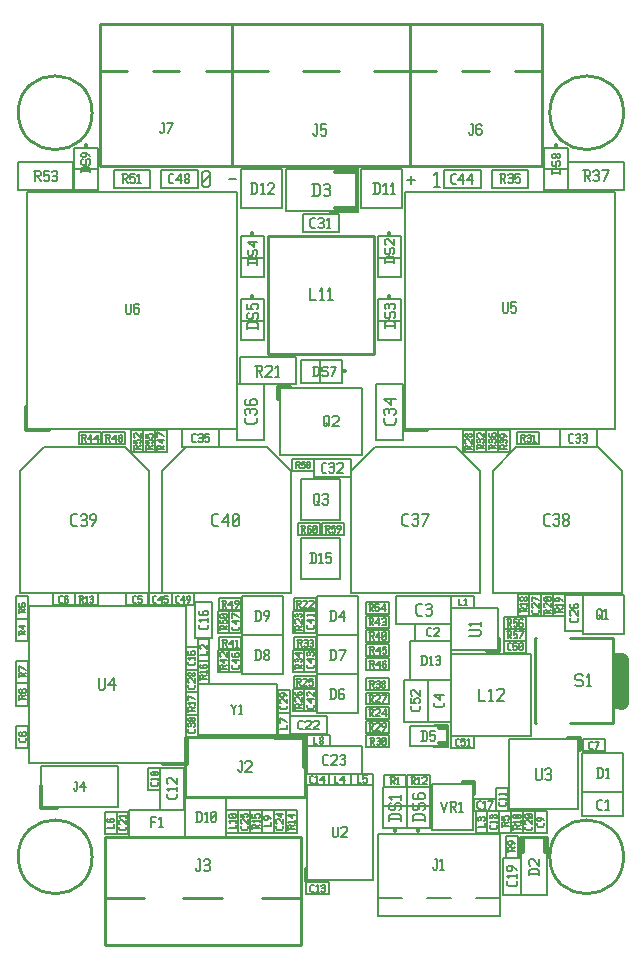
<source format=gto>
G04 start of page 11 for group -4079 idx -4079 *
G04 Title: (unknown), topsilk *
G04 Creator: pcb 20140316 *
G04 CreationDate: Tue 21 Mar 2017 17:58:47 GMT UTC *
G04 For: kier *
G04 Format: Gerber/RS-274X *
G04 PCB-Dimensions (mil): 2755.91 3543.31 *
G04 PCB-Coordinate-Origin: lower left *
%MOIN*%
%FSLAX25Y25*%
%LNTOPSILK*%
%ADD174C,0.0492*%
%ADD173C,0.0197*%
%ADD172C,0.0098*%
%ADD171C,0.0138*%
%ADD170C,0.0118*%
%ADD169C,0.0079*%
%ADD168C,0.0059*%
G54D168*X170415Y278914D02*X173055D01*
X171735Y280234D02*Y277594D01*
X179391Y280498D02*X180447Y281554D01*
Y276274D01*
X179391D02*X181371D01*
X101963Y277030D02*X102623Y276370D01*
X101963Y280990D02*Y277030D01*
Y280990D02*X102623Y281650D01*
X103943D01*
X104603Y280990D01*
Y277030D01*
X103943Y276370D02*X104603Y277030D01*
X102623Y276370D02*X103943D01*
X101963Y277690D02*X104603Y280330D01*
X110939Y279010D02*X113579D01*
G54D169*X88780Y140945D02*X131693D01*
Y181890D01*
X123819Y189764D01*
X96654D02*X123819D01*
X88780Y140945D02*Y181890D01*
X96654Y189764D01*
X135236Y145669D02*X148228D01*
X135236Y159449D02*X148228D01*
Y145669D01*
X135236Y159449D02*Y145669D01*
G54D168*X141929Y160433D02*X149409D01*
X141929Y164370D02*X149409D01*
Y160433D01*
X141929Y164370D02*Y160433D01*
G54D169*X135236Y165354D02*X148228D01*
X135236Y179134D02*X148228D01*
Y165354D01*
X135236Y179134D02*Y165354D01*
G54D168*X134055Y160433D02*X141535D01*
X134055Y164370D02*X141535D01*
Y160433D01*
X134055Y164370D02*Y160433D01*
G54D169*X115354Y139961D02*Y126969D01*
X129134Y139961D02*Y126969D01*
X115354D02*X129134D01*
X115354Y139961D02*X129134D01*
G54D168*X107677Y139370D02*X115157D01*
X107677Y135433D02*X115157D01*
X107677Y139370D02*Y135433D01*
X115157Y139370D02*Y135433D01*
X111220Y135236D02*Y127756D01*
X115157Y135236D02*Y127756D01*
X111220D02*X115157D01*
X111220Y135236D02*X115157D01*
G54D169*X105512Y138189D02*Y125984D01*
X99606Y138189D02*Y125984D01*
Y138189D02*X105512D01*
X99606Y125984D02*X105512D01*
G54D168*X91929Y137008D02*X99409D01*
X91929Y140945D02*X99409D01*
Y137008D01*
X91929Y140945D02*Y137008D01*
X107283Y135236D02*Y127756D01*
X111220Y135236D02*Y127756D01*
X107283D02*X111220D01*
X107283Y135236D02*X111220D01*
X84449Y140945D02*X91929D01*
X84449Y137008D02*X91929D01*
X84449Y140945D02*Y137008D01*
X91929Y140945D02*Y137008D01*
G54D169*X41535Y140945D02*X84449D01*
Y181890D01*
X76575Y189764D01*
X49409D02*X76575D01*
X41535Y140945D02*Y181890D01*
X49409Y189764D01*
G54D168*X52362Y137008D02*X59843D01*
X52362Y140945D02*X59843D01*
Y137008D01*
X52362Y140945D02*Y137008D01*
X76772D02*X84252D01*
X76772Y140945D02*X84252D01*
Y137008D01*
X76772Y140945D02*Y137008D01*
X59843Y140945D02*X67323D01*
X59843Y137008D02*X67323D01*
X59843Y140945D02*Y137008D01*
X67323Y140945D02*Y137008D01*
X44094Y139961D02*Y132480D01*
X40157Y139961D02*Y132480D01*
Y139961D02*X44094D01*
X40157Y132480D02*X44094D01*
Y118504D02*Y111024D01*
X40157Y118504D02*Y111024D01*
Y118504D02*X44094D01*
X40157Y111024D02*X44094D01*
X136220Y135236D02*Y127756D01*
X140157Y135236D02*Y127756D01*
X136220D02*X140157D01*
X136220Y135236D02*X140157D01*
X132677Y126378D02*X140157D01*
X132677Y122441D02*X140157D01*
X132677Y126378D02*Y122441D01*
X140157Y126378D02*Y122441D01*
X136220Y122244D02*Y114764D01*
X140157Y122244D02*Y114764D01*
X136220D02*X140157D01*
X136220Y122244D02*X140157D01*
X132283D02*Y114764D01*
X136220Y122244D02*Y114764D01*
X132283D02*X136220D01*
X132283Y122244D02*X136220D01*
X132283Y135236D02*Y127756D01*
X136220Y135236D02*Y127756D01*
X132283D02*X136220D01*
X132283Y135236D02*X136220D01*
X132677Y139370D02*X140157D01*
X132677Y135433D02*X140157D01*
X132677Y139370D02*Y135433D01*
X140157Y139370D02*Y135433D01*
G54D169*X115354Y126969D02*Y113976D01*
X129134Y126969D02*Y113976D01*
X115354D02*X129134D01*
X115354Y126969D02*X129134D01*
G54D168*X107283Y122244D02*Y114764D01*
X111220Y122244D02*Y114764D01*
X107283D02*X111220D01*
X107283Y122244D02*X111220D01*
X107677Y126378D02*X115157D01*
X107677Y122441D02*X115157D01*
X107677Y126378D02*Y122441D01*
X115157Y126378D02*Y122441D01*
X111220Y122244D02*Y114764D01*
X115157Y122244D02*Y114764D01*
X111220D02*X115157D01*
X111220Y122244D02*X115157D01*
G54D169*X40748Y284646D02*X59252D01*
X40748Y275591D02*X59252D01*
X40748Y284646D02*Y275591D01*
X59252Y284646D02*Y275591D01*
X88386Y276181D02*X100591D01*
X88386Y282087D02*X100591D01*
Y276181D01*
X88386Y282087D02*Y276181D01*
X72638D02*X84843D01*
X72638Y282087D02*X84843D01*
Y276181D01*
X72638Y282087D02*Y276181D01*
X155118Y282283D02*Y269291D01*
X168898Y282283D02*Y269291D01*
X155118D02*X168898D01*
X155118Y282283D02*X168898D01*
X224016Y289370D02*Y275591D01*
X216142Y289370D02*Y275591D01*
Y289370D02*X224016D01*
X216142Y275591D02*X224016D01*
G54D170*X220079Y290354D02*Y289764D01*
G54D169*X216142Y282480D02*X224016D01*
X220079Y283661D02*Y282480D01*
X198622Y276181D02*X210827D01*
X198622Y282087D02*X210827D01*
Y276181D01*
X198622Y282087D02*Y276181D01*
X182874D02*X195079D01*
X182874Y282087D02*X195079D01*
Y276181D01*
X182874Y282087D02*Y276181D01*
X129921Y282283D02*X153543D01*
X129921Y268504D02*X153543D01*
X129921Y282283D02*Y268504D01*
X153543Y282283D02*Y268504D01*
X153937Y282677D02*Y268110D01*
X144882Y282677D02*X153937D01*
G54D171*X146457Y281496D02*X153150D01*
G54D169*X144882Y268110D02*X153937D01*
G54D171*X146457Y269291D02*X153150D01*
G54D169*X128740Y282283D02*Y269291D01*
X114961Y282283D02*Y269291D01*
Y282283D02*X128740D01*
X114961Y269291D02*X128740D01*
X67323Y289370D02*Y275591D01*
X59449Y289370D02*Y275591D01*
Y289370D02*X67323D01*
X59449Y275591D02*X67323D01*
G54D170*X63386Y290354D02*Y289764D01*
G54D169*X59449Y282480D02*X67323D01*
X63386Y283661D02*Y282480D01*
X224213Y275591D02*X242717D01*
X224213Y284646D02*X242717D01*
Y275591D01*
X224213Y284646D02*Y275591D01*
G54D172*X218012Y301181D02*G75*G03X218012Y301181I12303J0D01*G01*
X68110Y330709D02*Y283465D01*
X112205Y330709D02*Y283465D01*
X68110D02*X112205D01*
X68110Y330709D02*X112205D01*
X103386Y314961D02*X112205D01*
X85748D02*X94567D01*
X68110D02*X76929D01*
X40846Y301181D02*G75*G03X40846Y301181I12303J0D01*G01*
X171260Y330709D02*Y283465D01*
X215354Y330709D02*Y283465D01*
X171260D02*X215354D01*
X171260Y330709D02*X215354D01*
X206535Y314961D02*X215354D01*
X188898D02*X197717D01*
X171260D02*X180079D01*
X112205Y330709D02*Y283465D01*
X171260Y330709D02*Y283465D01*
X112205D02*X171260D01*
X112205Y330709D02*X171260D01*
X159449Y314961D02*X171260D01*
X135827D02*X147638D01*
X112205D02*X124016D01*
G54D169*X135630Y267323D02*X147835D01*
X135630Y261417D02*X147835D01*
X135630Y267323D02*Y261417D01*
X147835Y267323D02*Y261417D01*
G54D172*X159449Y260236D02*Y220866D01*
X124016Y260236D02*Y220866D01*
X159449D01*
X124016Y260236D02*X159449D01*
G54D169*X168504D02*Y246457D01*
X160630Y260236D02*Y246457D01*
Y260236D02*X168504D01*
X160630Y246457D02*X168504D01*
G54D170*X164567Y261220D02*Y260630D01*
G54D169*X160630Y252854D02*X168504D01*
X164567Y254035D02*Y252854D01*
X168504Y239173D02*Y225394D01*
X160630Y239173D02*Y225394D01*
Y239173D02*X168504D01*
X160630Y225394D02*X168504D01*
G54D170*X164567Y240157D02*Y239567D01*
G54D169*X160630Y231791D02*X168504D01*
X164567Y232972D02*Y231791D01*
X122835Y260236D02*Y246457D01*
X114961Y260236D02*Y246457D01*
Y260236D02*X122835D01*
X114961Y246457D02*X122835D01*
G54D170*X118898Y261220D02*Y260630D01*
G54D169*X114961Y252854D02*X122835D01*
X118898Y254035D02*Y252854D01*
X122835Y239173D02*Y225394D01*
X114961Y239173D02*Y225394D01*
Y239173D02*X122835D01*
X114961Y225394D02*X122835D01*
G54D170*X118898Y240157D02*Y239567D01*
G54D169*X114961Y231791D02*X122835D01*
X118898Y232972D02*Y231791D01*
X135039Y211024D02*X148819D01*
X135039Y218898D02*X148819D01*
Y211024D01*
X135039Y218898D02*Y211024D01*
G54D170*X149213Y214961D02*X149803D01*
G54D169*X141437Y218898D02*Y211024D01*
Y214961D02*X142618D01*
X114764Y219685D02*X133268D01*
X114764Y210630D02*X133268D01*
X114764Y219685D02*Y210630D01*
X133268Y219685D02*Y210630D01*
X122835D02*Y192126D01*
X113780Y210630D02*Y192126D01*
Y210630D02*X122835D01*
X113780Y192126D02*X122835D01*
X127933Y209291D02*X155492D01*
X127933Y187244D02*X155492D01*
X127933Y209291D02*Y187244D01*
X155492Y209291D02*Y187244D01*
G54D170*X127539Y209685D02*Y205748D01*
Y209685D02*X131476D01*
G54D169*X139567Y179921D02*X151772D01*
X139567Y185827D02*X151772D01*
Y179921D01*
X139567Y185827D02*Y179921D01*
G54D168*X132087Y181890D02*X139567D01*
X132087Y185827D02*X139567D01*
Y181890D01*
X132087Y185827D02*Y181890D01*
X82480Y195472D02*Y187992D01*
X86417Y195472D02*Y187992D01*
X82480D02*X86417D01*
X82480Y195472D02*X86417D01*
X90354D02*Y187992D01*
X86417Y195472D02*Y187992D01*
Y195472D02*X90354D01*
X86417Y187992D02*X90354D01*
X82480Y195472D02*Y187992D01*
X78543Y195472D02*Y187992D01*
Y195472D02*X82480D01*
X78543Y187992D02*X82480D01*
X200787Y195472D02*Y187992D01*
X204724Y195472D02*Y187992D01*
X200787D02*X204724D01*
X200787Y195472D02*X204724D01*
X192913D02*Y187992D01*
X196850Y195472D02*Y187992D01*
X192913D02*X196850D01*
X192913Y195472D02*X196850D01*
X200787D02*Y187992D01*
X196850Y195472D02*Y187992D01*
Y195472D02*X200787D01*
X196850Y187992D02*X200787D01*
G54D169*X43701Y274803D02*X113780D01*
X43701Y195669D02*X113780D01*
X43701Y274803D02*Y195669D01*
X113780Y274803D02*Y195669D01*
G54D170*X43307Y195276D02*Y203150D01*
Y195276D02*X51181D01*
G54D169*X95472Y189764D02*X107677D01*
X95472Y195669D02*X107677D01*
Y189764D01*
X95472Y195669D02*Y189764D01*
G54D168*X68898Y190748D02*X76378D01*
X68898Y194685D02*X76378D01*
Y190748D01*
X68898Y194685D02*Y190748D01*
X61024Y194685D02*X68504D01*
X61024Y190748D02*X68504D01*
X61024Y194685D02*Y190748D01*
X68504Y194685D02*Y190748D01*
G54D172*X135098Y59843D02*Y23622D01*
X69626Y59843D02*Y23622D01*
Y59843D02*X135098D01*
X69626Y23622D02*X135098D01*
X69626Y39370D02*X82720D01*
X95815D02*X108909D01*
X122004D02*X135098D01*
G54D169*X88189Y82677D02*Y68898D01*
X96063Y82677D02*Y68898D01*
X88189D02*X96063D01*
X88189Y82677D02*X96063D01*
X77756Y59843D02*X96260D01*
X77756Y68898D02*X96260D01*
Y59843D01*
X77756Y68898D02*Y59843D01*
G54D168*X114173Y68701D02*Y61220D01*
X110236Y68701D02*Y61220D01*
Y68701D02*X114173D01*
X110236Y61220D02*X114173D01*
G54D172*X40846Y53150D02*G75*G03X40846Y53150I12303J0D01*G01*
G54D168*X73622Y68110D02*Y60630D01*
X77559Y68110D02*Y60630D01*
X73622D02*X77559D01*
X73622Y68110D02*X77559D01*
X73622D02*Y60630D01*
X69685Y68110D02*Y60630D01*
Y68110D02*X73622D01*
X69685Y60630D02*X73622D01*
X84252Y82874D02*Y75394D01*
X88189Y82874D02*Y75394D01*
X84252D02*X88189D01*
X84252Y82874D02*X88189D01*
G54D169*X48557Y83383D02*X74029D01*
X48557Y69800D02*X74029D01*
X48557Y83383D02*Y69800D01*
X74029Y83383D02*Y69800D01*
G54D170*X48360Y69406D02*X53832D01*
X48360Y76650D02*Y69406D01*
G54D168*X96654Y123031D02*Y115551D01*
X100591Y123031D02*Y115551D01*
X96654D02*X100591D01*
X96654Y123031D02*X100591D01*
Y125787D02*Y118307D01*
X104528Y125787D02*Y118307D01*
X100591D02*X104528D01*
X100591Y125787D02*X104528D01*
X100591Y118307D02*Y110827D01*
X104528Y118307D02*Y110827D01*
X100591D02*X104528D01*
X100591Y118307D02*X104528D01*
X127362Y108661D02*Y101181D01*
X131299Y108661D02*Y101181D01*
X127362D02*X131299D01*
X127362Y108661D02*X131299D01*
G54D169*X131496Y94094D02*X143701D01*
X131496Y100000D02*X143701D01*
Y94094D01*
X131496Y100000D02*Y94094D01*
G54D168*X131299Y101181D02*Y93701D01*
X127362Y101181D02*Y93701D01*
Y101181D02*X131299D01*
X127362Y93701D02*X131299D01*
X136220Y109252D02*Y101772D01*
X140157Y109252D02*Y101772D01*
X136220D02*X140157D01*
X136220Y109252D02*X140157D01*
X132283D02*Y101772D01*
X136220Y109252D02*Y101772D01*
X132283D02*X136220D01*
X132283Y109252D02*X136220D01*
G54D169*X100787Y93898D02*X127165D01*
X100787Y110827D02*X127165D01*
Y93898D01*
X100787Y110827D02*Y93898D01*
G54D168*X100591Y115551D02*Y108071D01*
X96654Y115551D02*Y108071D01*
Y115551D02*X100591D01*
X96654Y108071D02*X100591D01*
X96654D02*Y100591D01*
X100591Y108071D02*Y100591D01*
X96654D02*X100591D01*
X96654Y108071D02*X100591D01*
X40157Y111024D02*Y103543D01*
X44094Y111024D02*Y103543D01*
X40157D02*X44094D01*
X40157Y111024D02*X44094D01*
Y96850D02*Y89370D01*
X40157Y96850D02*Y89370D01*
Y96850D02*X44094D01*
X40157Y89370D02*X44094D01*
G54D169*X44291Y84449D02*X96654D01*
X44291Y136811D02*X96654D01*
Y84449D01*
X44291Y136811D02*Y84449D01*
G54D170*X97047Y91929D02*Y84055D01*
X89173D02*X97047D01*
G54D168*X40157Y132480D02*Y125000D01*
X44094Y132480D02*Y125000D01*
X40157D02*X44094D01*
X40157Y132480D02*X44094D01*
G54D169*X96260Y72835D02*Y59843D01*
X110039Y72835D02*Y59843D01*
X96260D02*X110039D01*
X96260Y72835D02*X110039D01*
G54D172*X96496Y72992D02*X136496D01*
X96496Y92992D02*X136496D01*
Y72992D01*
X96496Y92992D02*Y72992D01*
G54D173*X126496Y92992D02*X136496D01*
Y82992D01*
G54D168*X136811Y76969D02*X144291D01*
X136811Y80906D02*X144291D01*
Y76969D01*
X136811Y80906D02*Y76969D01*
X96654Y100591D02*Y93110D01*
X100591Y100591D02*Y93110D01*
X96654D02*X100591D01*
X96654Y100591D02*X100591D01*
X137205Y89961D02*X144685D01*
X137205Y93898D02*X144685D01*
Y89961D01*
X137205Y93898D02*Y89961D01*
X144291Y76969D02*X151772D01*
X144291Y80906D02*X151772D01*
Y76969D01*
X144291Y80906D02*Y76969D01*
X136811Y40748D02*X144291D01*
X136811Y44685D02*X144291D01*
Y40748D01*
X136811Y44685D02*Y40748D01*
X122047Y68701D02*Y61220D01*
X125984Y68701D02*Y61220D01*
X122047D02*X125984D01*
X122047Y68701D02*X125984D01*
X129921D02*Y61220D01*
X125984Y68701D02*Y61220D01*
Y68701D02*X129921D01*
X125984Y61220D02*X129921D01*
X114173Y68701D02*Y61220D01*
X118110Y68701D02*Y61220D01*
X114173D02*X118110D01*
X114173Y68701D02*X118110D01*
X133858D02*Y61220D01*
X129921Y68701D02*Y61220D01*
Y68701D02*X133858D01*
X129921Y61220D02*X133858D01*
X118110Y68701D02*Y61220D01*
X122047Y68701D02*Y61220D01*
X118110D02*X122047D01*
X118110Y68701D02*X122047D01*
G54D169*X169685Y274803D02*X239764D01*
X169685Y195669D02*X239764D01*
X169685Y274803D02*Y195669D01*
X239764Y274803D02*Y195669D01*
G54D170*X169291Y195276D02*Y203150D01*
Y195276D02*X177165D01*
G54D169*X221457Y189764D02*X233661D01*
X221457Y195669D02*X233661D01*
Y189764D01*
X221457Y195669D02*Y189764D01*
G54D168*X207087Y190748D02*X214567D01*
X207087Y194685D02*X214567D01*
Y190748D01*
X207087Y194685D02*Y190748D01*
G54D169*X228740Y74606D02*X242520D01*
X228740Y66732D02*X242520D01*
X228740Y74606D02*Y66732D01*
X242520Y74606D02*Y66732D01*
G54D168*X212992Y68504D02*Y61024D01*
X216929Y68504D02*Y61024D01*
X212992D02*X216929D01*
X212992Y68504D02*X216929D01*
G54D169*X227559Y92323D02*Y69094D01*
X204331Y92323D02*Y69094D01*
Y92323D02*X227559D01*
X204331Y69094D02*X227559D01*
G54D170*X224016Y92717D02*X227953D01*
Y88780D01*
G54D168*X228937Y88386D02*X236417D01*
X228937Y92323D02*X236417D01*
Y88386D01*
X228937Y92323D02*Y88386D01*
G54D169*X242520Y87598D02*Y74606D01*
X228740Y87598D02*Y74606D01*
Y87598D02*X242520D01*
X228740Y74606D02*X242520D01*
G54D172*X218012Y53150D02*G75*G03X218012Y53150I12303J0D01*G01*
G54D169*X208465Y59449D02*Y40551D01*
X217126Y59449D02*Y40551D01*
X208465D02*X217126D01*
X208465Y59449D02*X217126D01*
X208071Y59843D02*X217520D01*
X208071D02*Y53150D01*
G54D171*X209055Y59055D02*Y54724D01*
G54D169*X217520Y59843D02*Y53150D01*
G54D171*X216535Y59055D02*Y54724D01*
G54D169*X137008Y80906D02*X155512D01*
X137008Y89961D02*X155512D01*
Y80906D01*
X137008Y89961D02*Y80906D01*
G54D168*X185236Y89370D02*X192717D01*
X185236Y93307D02*X192717D01*
Y89370D01*
X185236Y93307D02*Y89370D01*
G54D169*X192520Y77559D02*Y62205D01*
X178740Y77559D02*Y62205D01*
Y77559D02*X192520D01*
X178740Y62205D02*X192520D01*
G54D170*X188976Y77953D02*X192913D01*
Y74016D01*
G54D168*X170472Y80512D02*X177953D01*
X170472Y76575D02*X177953D01*
X170472Y80512D02*Y76575D01*
X177953Y80512D02*Y76575D01*
G54D169*X170276D02*Y62795D01*
X178150Y76575D02*Y62795D01*
X170276D02*X178150D01*
X170276Y76575D02*X178150D01*
G54D170*X174213Y62402D02*Y61811D01*
G54D169*X170276Y70177D02*X178150D01*
X174213D02*Y68996D01*
G54D168*X162598Y80512D02*X170079D01*
X162598Y76575D02*X170079D01*
X162598Y80512D02*Y76575D01*
X170079Y80512D02*Y76575D01*
G54D169*X162402D02*Y62795D01*
X170276Y76575D02*Y62795D01*
X162402D02*X170276D01*
X162402Y76575D02*X170276D01*
G54D170*X166339Y62402D02*Y61811D01*
G54D169*X162402Y70177D02*X170276D01*
X166339D02*Y68996D01*
X137008Y76969D02*Y45472D01*
X159055Y76969D02*Y45472D01*
X137008D02*X159055D01*
X137008Y76969D02*X159055D01*
G54D170*X136614Y45079D02*X140551D01*
X136614Y49016D02*Y45079D01*
G54D168*X156890Y89764D02*X164370D01*
X156890Y93701D02*X164370D01*
Y89764D01*
X156890Y93701D02*Y89764D01*
G54D169*X201575Y60630D02*Y33346D01*
X160630Y60630D02*Y33346D01*
Y60630D02*X201575D01*
X160630Y33346D02*X201575D01*
X160630Y39370D02*X168819D01*
X177008D02*X185197D01*
X193386D02*X201575D01*
X202362Y52756D02*Y40551D01*
X208268Y52756D02*Y40551D01*
X202362D02*X208268D01*
X202362Y52756D02*X208268D01*
G54D168*X207283Y60236D02*Y52756D01*
X203346Y60236D02*Y52756D01*
Y60236D02*X207283D01*
X203346Y52756D02*X207283D01*
X209055Y68504D02*Y61024D01*
X212992Y68504D02*Y61024D01*
X209055D02*X212992D01*
X209055Y68504D02*X212992D01*
X205118D02*Y61024D01*
X209055Y68504D02*Y61024D01*
X205118D02*X209055D01*
X205118Y68504D02*X209055D01*
X205118D02*Y61024D01*
X201181Y68504D02*Y61024D01*
Y68504D02*X205118D01*
X201181Y61024D02*X205118D01*
X201181Y68504D02*Y61024D01*
X197244Y68504D02*Y61024D01*
Y68504D02*X201181D01*
X197244Y61024D02*X201181D01*
X193307Y68504D02*Y61024D01*
X197244Y68504D02*Y61024D01*
X193307D02*X197244D01*
X193307Y68504D02*X197244D01*
X200197Y75984D02*Y68504D01*
X204134Y75984D02*Y68504D01*
X200197D02*X204134D01*
X200197Y75984D02*X204134D01*
X192717Y68504D02*X200197D01*
X192717Y72441D02*X200197D01*
Y68504D01*
X192717Y72441D02*Y68504D01*
G54D169*X151772Y140945D02*X194685D01*
Y181890D01*
X186811Y189764D01*
X159646D02*X186811D01*
X151772Y140945D02*Y181890D01*
X159646Y189764D01*
X199016Y140945D02*X241929D01*
Y181890D01*
X234055Y189764D01*
X206890D02*X234055D01*
X199016Y140945D02*Y181890D01*
X206890Y189764D01*
G54D168*X211220Y140748D02*Y133268D01*
X207283Y140748D02*Y133268D01*
Y140748D02*X211220D01*
X207283Y133268D02*X211220D01*
X215157Y140748D02*Y133268D01*
X211220Y140748D02*Y133268D01*
Y140748D02*X215157D01*
X211220Y133268D02*X215157D01*
X156890Y134252D02*X164370D01*
X156890Y138189D02*X164370D01*
Y134252D01*
X156890Y138189D02*Y134252D01*
G54D169*X169094Y210630D02*Y192126D01*
X160039Y210630D02*Y192126D01*
Y210630D02*X169094D01*
X160039Y192126D02*X169094D01*
G54D168*X215157Y140748D02*Y133268D01*
X219094Y140748D02*Y133268D01*
X215157D02*X219094D01*
X215157Y140748D02*X219094D01*
X192913Y195472D02*Y187992D01*
X188976Y195472D02*Y187992D01*
Y195472D02*X192913D01*
X188976Y187992D02*X192913D01*
G54D172*X213189Y97638D02*X213583D01*
X224606D02*X239173D01*
X213189Y125984D02*X213583D01*
X224606D02*X239173D01*
X213189D02*Y97638D01*
X239173Y125984D02*Y97638D01*
G54D174*X241634Y118701D02*Y104921D01*
G54D172*X239173Y102953D02*X241634D01*
X239173Y120669D02*X241634D01*
G54D169*X242913Y140551D02*Y127559D01*
X229134Y140551D02*Y127559D01*
Y140551D02*X242913D01*
X229134Y127559D02*X242913D01*
X229134Y140551D02*Y128346D01*
X223228Y140551D02*Y128346D01*
Y140551D02*X229134D01*
X223228Y128346D02*X229134D01*
G54D168*X219094Y140748D02*Y133268D01*
X223031Y140748D02*Y133268D01*
X219094D02*X223031D01*
X219094Y140748D02*X223031D01*
X171260Y96811D02*X183858D01*
X171260Y90197D02*X183858D01*
X171260Y96811D02*Y90197D01*
X183858Y96811D02*Y90197D01*
X184252Y97205D02*Y89803D01*
X179528Y97205D02*X184252D01*
G54D170*X181102Y96024D02*X183858D01*
G54D168*X179528Y89803D02*X184252D01*
G54D170*X181102Y90984D02*X183858D01*
G54D169*X177362Y112008D02*Y98228D01*
X169488Y112008D02*Y98228D01*
Y112008D02*X177362D01*
X169488Y98228D02*X177362D01*
X185236Y125000D02*Y112008D01*
X171457Y125000D02*Y112008D01*
Y125000D02*X185236D01*
X171457Y112008D02*X185236D01*
Y98228D01*
X177362Y112008D02*Y98228D01*
Y112008D02*X185236D01*
X177362Y98228D02*X185236D01*
G54D168*X202756Y121260D02*X210236D01*
X202756Y125197D02*X210236D01*
Y121260D01*
X202756Y125197D02*Y121260D01*
G54D169*X185236Y120866D02*Y93307D01*
X211614Y120866D02*Y93307D01*
X185236D02*X211614D01*
X185236Y120866D02*X211614D01*
G54D168*X202756Y129134D02*X210236D01*
X202756Y125197D02*X210236D01*
X202756Y129134D02*Y125197D01*
X210236Y129134D02*Y125197D01*
X202756Y129134D02*X210236D01*
X202756Y133071D02*X210236D01*
Y129134D01*
X202756Y133071D02*Y129134D01*
G54D169*X185236Y122244D02*X200591D01*
X185236Y136024D02*X200591D01*
Y122244D01*
X185236Y136024D02*Y122244D01*
G54D170*X200984Y125787D02*Y121850D01*
X197047D02*X200984D01*
G54D168*X185236Y139961D02*X192717D01*
X185236Y136024D02*X192717D01*
X185236Y139961D02*Y136024D01*
X192717Y139961D02*Y136024D01*
G54D169*X173031Y130906D02*X185236D01*
X173031Y125000D02*X185236D01*
X173031Y130906D02*Y125000D01*
X185236Y130906D02*Y125000D01*
G54D168*X132677Y113386D02*X140157D01*
X132677Y109449D02*X140157D01*
X132677Y113386D02*Y109449D01*
X140157Y113386D02*Y109449D01*
G54D169*X140354Y113976D02*Y100984D01*
X154134Y113976D02*Y100984D01*
X140354D02*X154134D01*
X140354Y113976D02*X154134D01*
X140354Y126969D02*Y113976D01*
X154134Y126969D02*Y113976D01*
X140354D02*X154134D01*
X140354Y126969D02*X154134D01*
G54D168*X151772Y76969D02*X159252D01*
X151772Y80906D02*X159252D01*
Y76969D01*
X151772Y80906D02*Y76969D01*
X156890Y98425D02*X164370D01*
X156890Y94488D02*X164370D01*
X156890Y98425D02*Y94488D01*
X164370Y98425D02*Y94488D01*
G54D169*X166732Y139961D02*X185236D01*
X166732Y130906D02*X185236D01*
X166732Y139961D02*Y130906D01*
X185236Y139961D02*Y130906D01*
X140354Y139961D02*Y126969D01*
X154134Y139961D02*Y126969D01*
X140354D02*X154134D01*
X140354Y139961D02*X154134D01*
G54D168*X156890Y129528D02*X164370D01*
X156890Y133465D02*X164370D01*
Y129528D01*
X156890Y133465D02*Y129528D01*
Y108661D02*X164370D01*
X156890Y112598D02*X164370D01*
Y108661D01*
X156890Y112598D02*Y108661D01*
Y128740D02*X164370D01*
X156890Y124803D02*X164370D01*
X156890Y128740D02*Y124803D01*
X164370Y128740D02*Y124803D01*
X156890Y124016D02*X164370D01*
X156890Y120079D02*X164370D01*
X156890Y124016D02*Y120079D01*
X164370Y124016D02*Y120079D01*
X156890Y115354D02*X164370D01*
X156890Y119291D02*X164370D01*
Y115354D01*
X156890Y119291D02*Y115354D01*
Y103937D02*X164370D01*
X156890Y107874D02*X164370D01*
Y103937D01*
X156890Y107874D02*Y103937D01*
Y103150D02*X164370D01*
X156890Y99213D02*X164370D01*
X156890Y103150D02*Y99213D01*
X164370Y103150D02*Y99213D01*
X139563Y216543D02*Y213423D01*
X140577Y216543D02*X141123Y215997D01*
Y213969D01*
X140577Y213423D02*X141123Y213969D01*
X139173Y213423D02*X140577D01*
X139173Y216543D02*X140577D01*
X143619D02*X144009Y216153D01*
X142449Y216543D02*X143619D01*
X142059Y216153D02*X142449Y216543D01*
X142059Y216153D02*Y215373D01*
X142449Y214983D01*
X143619D01*
X144009Y214593D01*
Y213813D01*
X143619Y213423D02*X144009Y213813D01*
X142449Y213423D02*X143619D01*
X142059Y213813D02*X142449Y213423D01*
X145335D02*X146895Y216543D01*
X144945D02*X146895D01*
X119882Y216817D02*X121682D01*
X122132Y216367D01*
Y215467D01*
X121682Y215017D02*X122132Y215467D01*
X120332Y215017D02*X121682D01*
X120332Y216817D02*Y213217D01*
X121052Y215017D02*X122132Y213217D01*
X123212Y216367D02*X123662Y216817D01*
X125012D01*
X125462Y216367D01*
Y215467D01*
X123212Y213217D02*X125462Y215467D01*
X123212Y213217D02*X125462D01*
X126542Y216097D02*X127262Y216817D01*
Y213217D01*
X126542D02*X127892D01*
X120254Y199401D02*Y198127D01*
X119568Y197441D02*X120254Y198127D01*
X117020Y197441D02*X119568D01*
X117020D02*X116334Y198127D01*
Y199401D02*Y198127D01*
X116824Y200577D02*X116334Y201067D01*
Y202047D02*Y201067D01*
Y202047D02*X116824Y202537D01*
X120254Y202047D02*X119764Y202537D01*
X120254Y202047D02*Y201067D01*
X119764Y200577D02*X120254Y201067D01*
X118098Y202047D02*Y201067D01*
X116824Y202537D02*X117608D01*
X118588D02*X119764D01*
X118588D02*X118098Y202047D01*
X117608Y202537D02*X118098Y202047D01*
X116334Y205183D02*X116824Y205673D01*
X116334Y205183D02*Y204203D01*
X116824Y203713D02*X116334Y204203D01*
X116824Y203713D02*X119764D01*
X120254Y204203D01*
X118098Y205183D02*X118588Y205673D01*
X118098Y205183D02*Y203713D01*
X120254Y205183D02*Y204203D01*
Y205183D02*X119764Y205673D01*
X118588D02*X119764D01*
X142717Y199660D02*Y197050D01*
Y199660D02*X143152Y200095D01*
X144022D01*
X144457Y199660D01*
Y197485D01*
X143587Y196615D02*X144457Y197485D01*
X143152Y196615D02*X143587D01*
X142717Y197050D02*X143152Y196615D01*
X143587Y197920D02*X144457Y196615D01*
X145501Y199660D02*X145936Y200095D01*
X147241D01*
X147676Y199660D01*
Y198790D01*
X145501Y196615D02*X147676Y198790D01*
X145501Y196615D02*X147676D01*
X142489Y181236D02*X143529D01*
X141929Y181796D02*X142489Y181236D01*
X141929Y183876D02*Y181796D01*
Y183876D02*X142489Y184436D01*
X143529D01*
X144489Y184036D02*X144889Y184436D01*
X145689D01*
X146089Y184036D01*
X145689Y181236D02*X146089Y181636D01*
X144889Y181236D02*X145689D01*
X144489Y181636D02*X144889Y181236D01*
Y182996D02*X145689D01*
X146089Y184036D02*Y183396D01*
Y182596D02*Y181636D01*
Y182596D02*X145689Y182996D01*
X146089Y183396D02*X145689Y182996D01*
X147049Y184036D02*X147449Y184436D01*
X148649D01*
X149049Y184036D01*
Y183236D01*
X147049Y181236D02*X149049Y183236D01*
X147049Y181236D02*X149049D01*
X133268Y184883D02*X134368D01*
X134643Y184608D01*
Y184058D01*
X134368Y183783D02*X134643Y184058D01*
X133543Y183783D02*X134368D01*
X133543Y184883D02*Y182683D01*
X133983Y183783D02*X134643Y182683D01*
X135303Y184883D02*X136403D01*
X135303D02*Y183783D01*
X135578Y184058D01*
X136128D01*
X136403Y183783D01*
Y182958D01*
X136128Y182683D02*X136403Y182958D01*
X135578Y182683D02*X136128D01*
X135303Y182958D02*X135578Y182683D01*
X137063Y182958D02*X137338Y182683D01*
X137063Y183398D02*Y182958D01*
Y183398D02*X137448Y183783D01*
X137778D01*
X138163Y183398D01*
Y182958D01*
X137888Y182683D02*X138163Y182958D01*
X137338Y182683D02*X137888D01*
X137063Y184168D02*X137448Y183783D01*
X137063Y184608D02*Y184168D01*
Y184608D02*X137338Y184883D01*
X137888D01*
X138163Y184608D01*
Y184168D01*
X137778Y183783D02*X138163Y184168D01*
X99119Y191332D02*X100042D01*
X98622Y191829D02*X99119Y191332D01*
X98622Y193675D02*Y191829D01*
Y193675D02*X99119Y194172D01*
X100042D01*
X100894Y193817D02*X101249Y194172D01*
X101959D01*
X102314Y193817D01*
X101959Y191332D02*X102314Y191687D01*
X101249Y191332D02*X101959D01*
X100894Y191687D02*X101249Y191332D01*
Y192894D02*X101959D01*
X102314Y193817D02*Y193249D01*
Y192539D02*Y191687D01*
Y192539D02*X101959Y192894D01*
X102314Y193249D02*X101959Y192894D01*
X103166Y194172D02*X104586D01*
X103166D02*Y192752D01*
X103521Y193107D01*
X104231D01*
X104586Y192752D01*
Y191687D01*
X104231Y191332D02*X104586Y191687D01*
X103521Y191332D02*X104231D01*
X103166Y191687D02*X103521Y191332D01*
X104197Y130537D02*Y129497D01*
X103637Y128937D02*X104197Y129497D01*
X101557Y128937D02*X103637D01*
X101557D02*X100997Y129497D01*
Y130537D02*Y129497D01*
X101637Y131497D02*X100997Y132137D01*
X104197D01*
Y132697D02*Y131497D01*
X100997Y134857D02*X101397Y135257D01*
X100997Y134857D02*Y134057D01*
X101397Y133657D02*X100997Y134057D01*
X101397Y133657D02*X103797D01*
X104197Y134057D01*
X102437Y134857D02*X102837Y135257D01*
X102437Y134857D02*Y133657D01*
X104197Y134857D02*Y134057D01*
Y134857D02*X103797Y135257D01*
X102837D02*X103797D01*
X101387Y120472D02*X103787D01*
Y121672D02*Y120472D01*
X101687Y122392D02*X101387Y122692D01*
Y123592D02*Y122692D01*
Y123592D02*X101687Y123892D01*
X102287D01*
X103787Y122392D02*X102287Y123892D01*
X103787D02*Y122392D01*
X138599Y154298D02*Y151018D01*
X139665Y154298D02*X140239Y153724D01*
Y151592D01*
X139665Y151018D02*X140239Y151592D01*
X138189Y151018D02*X139665D01*
X138189Y154298D02*X139665D01*
X141223Y153642D02*X141879Y154298D01*
Y151018D01*
X141223D02*X142453D01*
X143437Y154298D02*X145077D01*
X143437D02*Y152658D01*
X143847Y153068D01*
X144667D01*
X145077Y152658D01*
Y151428D01*
X144667Y151018D02*X145077Y151428D01*
X143847Y151018D02*X144667D01*
X143437Y151428D02*X143847Y151018D01*
X143110Y163573D02*X144310D01*
X144610Y163273D01*
Y162673D01*
X144310Y162373D02*X144610Y162673D01*
X143410Y162373D02*X144310D01*
X143410Y163573D02*Y161173D01*
X143890Y162373D02*X144610Y161173D01*
X145330Y163573D02*X146530D01*
X145330D02*Y162373D01*
X145630Y162673D01*
X146230D01*
X146530Y162373D01*
Y161473D01*
X146230Y161173D02*X146530Y161473D01*
X145630Y161173D02*X146230D01*
X145330Y161473D02*X145630Y161173D01*
X147550D02*X148450Y162373D01*
Y163273D02*Y162373D01*
X148150Y163573D02*X148450Y163273D01*
X147550Y163573D02*X148150D01*
X147250Y163273D02*X147550Y163573D01*
X147250Y163273D02*Y162673D01*
X147550Y162373D01*
X148450D01*
X139370Y173650D02*Y170950D01*
Y173650D02*X139820Y174100D01*
X140720D01*
X141170Y173650D01*
Y171400D01*
X140270Y170500D02*X141170Y171400D01*
X139820Y170500D02*X140270D01*
X139370Y170950D02*X139820Y170500D01*
X140270Y171850D02*X141170Y170500D01*
X142250Y173650D02*X142700Y174100D01*
X143600D01*
X144050Y173650D01*
X143600Y170500D02*X144050Y170950D01*
X142700Y170500D02*X143600D01*
X142250Y170950D02*X142700Y170500D01*
Y172480D02*X143600D01*
X144050Y173650D02*Y172930D01*
Y172030D02*Y170950D01*
Y172030D02*X143600Y172480D01*
X144050Y172930D02*X143600Y172480D01*
X135039Y163573D02*X136239D01*
X136539Y163273D01*
Y162673D01*
X136239Y162373D02*X136539Y162673D01*
X135339Y162373D02*X136239D01*
X135339Y163573D02*Y161173D01*
X135819Y162373D02*X136539Y161173D01*
X138159Y163573D02*X138459Y163273D01*
X137559Y163573D02*X138159D01*
X137259Y163273D02*X137559Y163573D01*
X137259Y163273D02*Y161473D01*
X137559Y161173D01*
X138159Y162493D02*X138459Y162193D01*
X137259Y162493D02*X138159D01*
X137559Y161173D02*X138159D01*
X138459Y161473D01*
Y162193D02*Y161473D01*
X139179D02*X139479Y161173D01*
X139179Y163273D02*Y161473D01*
Y163273D02*X139479Y163573D01*
X140079D01*
X140379Y163273D01*
Y161473D01*
X140079Y161173D02*X140379Y161473D01*
X139479Y161173D02*X140079D01*
X139179Y161773D02*X140379Y162973D01*
X145095Y135204D02*Y131924D01*
X146161Y135204D02*X146735Y134630D01*
Y132498D01*
X146161Y131924D02*X146735Y132498D01*
X144685Y131924D02*X146161D01*
X144685Y135204D02*X146161D01*
X147719Y133154D02*X149359Y135204D01*
X147719Y133154D02*X149769D01*
X149359Y135204D02*Y131924D01*
X139417Y130334D02*Y129554D01*
X138997Y129134D02*X139417Y129554D01*
X137437Y129134D02*X138997D01*
X137437D02*X137017Y129554D01*
Y130334D02*Y129554D01*
X138517Y131054D02*X137017Y132254D01*
X138517Y132554D02*Y131054D01*
X137017Y132254D02*X139417D01*
X137497Y133274D02*X137017Y133754D01*
X139417D01*
Y134174D02*Y133274D01*
X133080Y129743D02*Y128543D01*
Y129743D02*X133380Y130043D01*
X133980D01*
X134280Y129743D02*X133980Y130043D01*
X134280Y129743D02*Y128843D01*
X133080D02*X135480D01*
X134280Y129323D02*X135480Y130043D01*
X133380Y130763D02*X133080Y131063D01*
Y131963D02*Y131063D01*
Y131963D02*X133380Y132263D01*
X133980D01*
X135480Y130763D02*X133980Y132263D01*
X135480D02*Y130763D01*
X133380Y132983D02*X133080Y133283D01*
Y133883D02*Y133283D01*
Y133883D02*X133380Y134183D01*
X135480Y133883D02*X135180Y134183D01*
X135480Y133883D02*Y133283D01*
X135180Y132983D02*X135480Y133283D01*
X134160Y133883D02*Y133283D01*
X133380Y134183D02*X133860D01*
X134460D02*X135180D01*
X134460D02*X134160Y133883D01*
X133860Y134183D02*X134160Y133883D01*
X133465Y138573D02*X134665D01*
X134965Y138273D01*
Y137673D01*
X134665Y137373D02*X134965Y137673D01*
X133765Y137373D02*X134665D01*
X133765Y138573D02*Y136173D01*
X134245Y137373D02*X134965Y136173D01*
X135685Y138273D02*X135985Y138573D01*
X136885D01*
X137185Y138273D01*
Y137673D01*
X135685Y136173D02*X137185Y137673D01*
X135685Y136173D02*X137185D01*
X137905Y138273D02*X138205Y138573D01*
X139105D01*
X139405Y138273D01*
Y137673D01*
X137905Y136173D02*X139405Y137673D01*
X137905Y136173D02*X139405D01*
X145110Y122181D02*Y118781D01*
X146215Y122181D02*X146810Y121586D01*
Y119376D01*
X146215Y118781D02*X146810Y119376D01*
X144685Y118781D02*X146215D01*
X144685Y122181D02*X146215D01*
X148255Y118781D02*X149955Y122181D01*
X147830D02*X149955D01*
X133858Y125581D02*X135058D01*
X135358Y125281D01*
Y124681D01*
X135058Y124381D02*X135358Y124681D01*
X134158Y124381D02*X135058D01*
X134158Y125581D02*Y123181D01*
X134638Y124381D02*X135358Y123181D01*
X136078Y125281D02*X136378Y125581D01*
X136978D01*
X137278Y125281D01*
X136978Y123181D02*X137278Y123481D01*
X136378Y123181D02*X136978D01*
X136078Y123481D02*X136378Y123181D01*
Y124501D02*X136978D01*
X137278Y125281D02*Y124801D01*
Y124201D02*Y123481D01*
Y124201D02*X136978Y124501D01*
X137278Y124801D02*X136978Y124501D01*
X137998Y125281D02*X138298Y125581D01*
X138898D01*
X139198Y125281D01*
X138898Y123181D02*X139198Y123481D01*
X138298Y123181D02*X138898D01*
X137998Y123481D02*X138298Y123181D01*
Y124501D02*X138898D01*
X139198Y125281D02*Y124801D01*
Y124201D02*Y123481D01*
Y124201D02*X138898Y124501D01*
X139198Y124801D02*X138898Y124501D01*
X120110Y135174D02*Y131774D01*
X121215Y135174D02*X121810Y134579D01*
Y132369D01*
X121215Y131774D02*X121810Y132369D01*
X119685Y131774D02*X121215D01*
X119685Y135174D02*X121215D01*
X123255Y131774D02*X124530Y133474D01*
Y134749D02*Y133474D01*
X124105Y135174D02*X124530Y134749D01*
X123255Y135174D02*X124105D01*
X122830Y134749D02*X123255Y135174D01*
X122830Y134749D02*Y133899D01*
X123255Y133474D01*
X124530D01*
X108661Y138573D02*X109861D01*
X110161Y138273D01*
Y137673D01*
X109861Y137373D02*X110161Y137673D01*
X108961Y137373D02*X109861D01*
X108961Y138573D02*Y136173D01*
X109441Y137373D02*X110161Y136173D01*
X110881Y137073D02*X112081Y138573D01*
X110881Y137073D02*X112381D01*
X112081Y138573D02*Y136173D01*
X113401D02*X114301Y137373D01*
Y138273D02*Y137373D01*
X114001Y138573D02*X114301Y138273D01*
X113401Y138573D02*X114001D01*
X113101Y138273D02*X113401Y138573D01*
X113101Y138273D02*Y137673D01*
X113401Y137373D01*
X114301D01*
X108080Y129940D02*Y128740D01*
Y129940D02*X108380Y130240D01*
X108980D01*
X109280Y129940D02*X108980Y130240D01*
X109280Y129940D02*Y129040D01*
X108080D02*X110480D01*
X109280Y129520D02*X110480Y130240D01*
X108080Y132160D02*Y130960D01*
X109280D01*
X108980Y131260D01*
Y131860D02*Y131260D01*
Y131860D02*X109280Y132160D01*
X110180D01*
X110480Y131860D02*X110180Y132160D01*
X110480Y131860D02*Y131260D01*
X110180Y130960D02*X110480Y131260D01*
X110180Y132880D02*X110480Y133180D01*
X108380Y132880D02*X110180D01*
X108380D02*X108080Y133180D01*
Y133780D02*Y133180D01*
Y133780D02*X108380Y134080D01*
X110180D01*
X110480Y133780D02*X110180Y134080D01*
X110480Y133780D02*Y133180D01*
X109880Y132880D02*X108680Y134080D01*
X114367Y129920D02*Y129153D01*
X113954Y128740D02*X114367Y129153D01*
X112420Y128740D02*X113954D01*
X112420D02*X112007Y129153D01*
Y129920D02*Y129153D01*
X113482Y130628D02*X112007Y131808D01*
X113482Y132103D02*Y130628D01*
X112007Y131808D02*X114367D01*
Y133106D02*X112007Y134286D01*
Y132811D01*
X120110Y122181D02*Y118781D01*
X121215Y122181D02*X121810Y121586D01*
Y119376D01*
X121215Y118781D02*X121810Y119376D01*
X119685Y118781D02*X121215D01*
X119685Y122181D02*X121215D01*
X122830Y119206D02*X123255Y118781D01*
X122830Y119886D02*Y119206D01*
Y119886D02*X123425Y120481D01*
X123935D01*
X124530Y119886D01*
Y119206D01*
X124105Y118781D02*X124530Y119206D01*
X123255Y118781D02*X124105D01*
X122830Y121076D02*X123425Y120481D01*
X122830Y121756D02*Y121076D01*
Y121756D02*X123255Y122181D01*
X124105D01*
X124530Y121756D01*
Y121076D01*
X123935Y120481D02*X124530Y121076D01*
X108858Y125581D02*X110058D01*
X110358Y125281D01*
Y124681D01*
X110058Y124381D02*X110358Y124681D01*
X109158Y124381D02*X110058D01*
X109158Y125581D02*Y123181D01*
X109638Y124381D02*X110358Y123181D01*
X111078Y124081D02*X112278Y125581D01*
X111078Y124081D02*X112578D01*
X112278Y125581D02*Y123181D01*
X113298Y125101D02*X113778Y125581D01*
Y123181D01*
X113298D02*X114198D01*
X118752Y277653D02*Y274093D01*
X119909Y277653D02*X120532Y277030D01*
Y274716D01*
X119909Y274093D02*X120532Y274716D01*
X118307Y274093D02*X119909D01*
X118307Y277653D02*X119909D01*
X121600Y276941D02*X122312Y277653D01*
Y274093D01*
X121600D02*X122935D01*
X124003Y277208D02*X124448Y277653D01*
X125783D01*
X126228Y277208D01*
Y276318D01*
X124003Y274093D02*X126228Y276318D01*
X124003Y274093D02*X126228D01*
X61920Y281649D02*X64720D01*
X61920Y282559D02*X62410Y283049D01*
X64230D01*
X64720Y282559D02*X64230Y283049D01*
X64720Y282559D02*Y281299D01*
X61920Y282559D02*Y281299D01*
Y285289D02*X62270Y285639D01*
X61920Y285289D02*Y284239D01*
X62270Y283889D02*X61920Y284239D01*
X62270Y283889D02*X62970D01*
X63320Y284239D01*
Y285289D02*Y284239D01*
Y285289D02*X63670Y285639D01*
X64370D01*
X64720Y285289D02*X64370Y285639D01*
X64720Y285289D02*Y284239D01*
X64370Y283889D02*X64720Y284239D01*
Y286829D02*X63320Y287879D01*
X62270D02*X63320D01*
X61920Y287529D02*X62270Y287879D01*
X61920Y287529D02*Y286829D01*
X62270Y286479D02*X61920Y286829D01*
X62270Y286479D02*X62970D01*
X63320Y286829D01*
Y287879D02*Y286829D01*
X91491Y277596D02*X92505D01*
X90945Y278142D02*X91491Y277596D01*
X90945Y280170D02*Y278142D01*
Y280170D02*X91491Y280716D01*
X92505D01*
X93441Y278766D02*X95001Y280716D01*
X93441Y278766D02*X95391D01*
X95001Y280716D02*Y277596D01*
X96327Y277986D02*X96717Y277596D01*
X96327Y278610D02*Y277986D01*
Y278610D02*X96873Y279156D01*
X97341D01*
X97887Y278610D01*
Y277986D01*
X97497Y277596D02*X97887Y277986D01*
X96717Y277596D02*X97497D01*
X96327Y279702D02*X96873Y279156D01*
X96327Y280326D02*Y279702D01*
Y280326D02*X96717Y280716D01*
X97497D01*
X97887Y280326D01*
Y279702D01*
X97341Y279156D02*X97887Y279702D01*
X75394Y280746D02*X76894D01*
X77269Y280371D01*
Y279621D01*
X76894Y279246D02*X77269Y279621D01*
X75769Y279246D02*X76894D01*
X75769Y280746D02*Y277746D01*
X76369Y279246D02*X77269Y277746D01*
X78169Y280746D02*X79669D01*
X78169D02*Y279246D01*
X78544Y279621D01*
X79294D01*
X79669Y279246D01*
Y278121D01*
X79294Y277746D02*X79669Y278121D01*
X78544Y277746D02*X79294D01*
X78169Y278121D02*X78544Y277746D01*
X80569Y280146D02*X81169Y280746D01*
Y277746D01*
X80569D02*X81694D01*
X46063Y281797D02*X47823D01*
X48263Y281357D01*
Y280477D01*
X47823Y280037D02*X48263Y280477D01*
X46503Y280037D02*X47823D01*
X46503Y281797D02*Y278277D01*
X47207Y280037D02*X48263Y278277D01*
X49319Y281797D02*X51079D01*
X49319D02*Y280037D01*
X49759Y280477D01*
X50639D01*
X51079Y280037D01*
Y278717D01*
X50639Y278277D02*X51079Y278717D01*
X49759Y278277D02*X50639D01*
X49319Y278717D02*X49759Y278277D01*
X52135Y281357D02*X52575Y281797D01*
X53455D01*
X53895Y281357D01*
X53455Y278277D02*X53895Y278717D01*
X52575Y278277D02*X53455D01*
X52135Y278717D02*X52575Y278277D01*
Y280213D02*X53455D01*
X53895Y281357D02*Y280653D01*
Y279773D02*Y278717D01*
Y279773D02*X53455Y280213D01*
X53895Y280653D02*X53455Y280213D01*
X88601Y297752D02*X89297D01*
Y294707D01*
X88862Y294272D02*X89297Y294707D01*
X88427Y294272D02*X88862D01*
X87992Y294707D02*X88427Y294272D01*
X87992Y295142D02*Y294707D01*
X90776Y294272D02*X92516Y297752D01*
X90341D02*X92516D01*
X138784Y262679D02*X139889D01*
X138189Y263274D02*X138784Y262679D01*
X138189Y265484D02*Y263274D01*
Y265484D02*X138784Y266079D01*
X139889D01*
X140909Y265654D02*X141334Y266079D01*
X142184D01*
X142609Y265654D01*
X142184Y262679D02*X142609Y263104D01*
X141334Y262679D02*X142184D01*
X140909Y263104D02*X141334Y262679D01*
Y264549D02*X142184D01*
X142609Y265654D02*Y264974D01*
Y264124D02*Y263104D01*
Y264124D02*X142184Y264549D01*
X142609Y264974D02*X142184Y264549D01*
X143629Y265399D02*X144309Y266079D01*
Y262679D01*
X143629D02*X144904D01*
X138189Y242701D02*Y238701D01*
X140189D01*
X141389Y241901D02*X142189Y242701D01*
Y238701D01*
X141389D02*X142889D01*
X144089Y241901D02*X144889Y242701D01*
Y238701D01*
X144089D02*X145589D01*
X139824Y297298D02*X140568D01*
Y294043D01*
X140103Y293578D02*X140568Y294043D01*
X139638Y293578D02*X140103D01*
X139173Y294043D02*X139638Y293578D01*
X139173Y294508D02*Y294043D01*
X141684Y297298D02*X143544D01*
X141684D02*Y295438D01*
X142149Y295903D01*
X143079D01*
X143544Y295438D01*
Y294043D01*
X143079Y293578D02*X143544Y294043D01*
X142149Y293578D02*X143079D01*
X141684Y294043D02*X142149Y293578D01*
X117335Y250991D02*X120535D01*
X117335Y252031D02*X117895Y252591D01*
X119975D01*
X120535Y252031D02*X119975Y252591D01*
X120535Y252031D02*Y250591D01*
X117335Y252031D02*Y250591D01*
Y255151D02*X117735Y255551D01*
X117335Y255151D02*Y253951D01*
X117735Y253551D02*X117335Y253951D01*
X117735Y253551D02*X118535D01*
X118935Y253951D01*
Y255151D02*Y253951D01*
Y255151D02*X119335Y255551D01*
X120135D01*
X120535Y255151D02*X120135Y255551D01*
X120535Y255151D02*Y253951D01*
X120135Y253551D02*X120535Y253951D01*
X119335Y256511D02*X117335Y258111D01*
X119335Y258511D02*Y256511D01*
X117335Y258111D02*X120535D01*
X117219Y229574D02*X120739D01*
X117219Y230718D02*X117835Y231334D01*
X120123D01*
X120739Y230718D02*X120123Y231334D01*
X120739Y230718D02*Y229134D01*
X117219Y230718D02*Y229134D01*
Y234150D02*X117659Y234590D01*
X117219Y234150D02*Y232830D01*
X117659Y232390D02*X117219Y232830D01*
X117659Y232390D02*X118539D01*
X118979Y232830D01*
Y234150D02*Y232830D01*
Y234150D02*X119419Y234590D01*
X120299D01*
X120739Y234150D02*X120299Y234590D01*
X120739Y234150D02*Y232830D01*
X120299Y232390D02*X120739Y232830D01*
X117219Y237406D02*Y235646D01*
X118979D01*
X118539Y236086D01*
Y236966D02*Y236086D01*
Y236966D02*X118979Y237406D01*
X120299D01*
X120739Y236966D02*X120299Y237406D01*
X120739Y236966D02*Y236086D01*
X120299Y235646D02*X120739Y236086D01*
X139305Y277493D02*Y273293D01*
X140670Y277493D02*X141405Y276758D01*
Y274028D01*
X140670Y273293D02*X141405Y274028D01*
X138780Y273293D02*X140670D01*
X138780Y277493D02*X140670D01*
X142665Y276968D02*X143190Y277493D01*
X144240D01*
X144765Y276968D01*
X144240Y273293D02*X144765Y273818D01*
X143190Y273293D02*X144240D01*
X142665Y273818D02*X143190Y273293D01*
Y275603D02*X144240D01*
X144765Y276968D02*Y276128D01*
Y275078D02*Y273818D01*
Y275078D02*X144240Y275603D01*
X144765Y276128D02*X144240Y275603D01*
X159702Y277643D02*Y274043D01*
X160872Y277643D02*X161502Y277013D01*
Y274673D01*
X160872Y274043D02*X161502Y274673D01*
X159252Y274043D02*X160872D01*
X159252Y277643D02*X160872D01*
X162582Y276923D02*X163302Y277643D01*
Y274043D01*
X162582D02*X163932D01*
X165012Y276923D02*X165732Y277643D01*
Y274043D01*
X165012D02*X166362D01*
X218643Y281074D02*X221563D01*
X218643Y282023D02*X219154Y282534D01*
X221052D01*
X221563Y282023D02*X221052Y282534D01*
X221563Y282023D02*Y280709D01*
X218643Y282023D02*Y280709D01*
Y284870D02*X219008Y285235D01*
X218643Y284870D02*Y283775D01*
X219008Y283410D02*X218643Y283775D01*
X219008Y283410D02*X219738D01*
X220103Y283775D01*
Y284870D02*Y283775D01*
Y284870D02*X220468Y285235D01*
X221198D01*
X221563Y284870D02*X221198Y285235D01*
X221563Y284870D02*Y283775D01*
X221198Y283410D02*X221563Y283775D01*
X221198Y286111D02*X221563Y286476D01*
X220614Y286111D02*X221198D01*
X220614D02*X220103Y286622D01*
Y287060D02*Y286622D01*
Y287060D02*X220614Y287571D01*
X221198D01*
X221563Y287206D02*X221198Y287571D01*
X221563Y287206D02*Y286476D01*
X219592Y286111D02*X220103Y286622D01*
X219008Y286111D02*X219592D01*
X219008D02*X218643Y286476D01*
Y287206D02*Y286476D01*
Y287206D02*X219008Y287571D01*
X219592D01*
X220103Y287060D02*X219592Y287571D01*
X201378Y280746D02*X202878D01*
X203253Y280371D01*
Y279621D01*
X202878Y279246D02*X203253Y279621D01*
X201753Y279246D02*X202878D01*
X201753Y280746D02*Y277746D01*
X202353Y279246D02*X203253Y277746D01*
X204153Y280371D02*X204528Y280746D01*
X205278D01*
X205653Y280371D01*
X205278Y277746D02*X205653Y278121D01*
X204528Y277746D02*X205278D01*
X204153Y278121D02*X204528Y277746D01*
Y279396D02*X205278D01*
X205653Y280371D02*Y279771D01*
Y279021D02*Y278121D01*
Y279021D02*X205278Y279396D01*
X205653Y279771D02*X205278Y279396D01*
X206553Y280746D02*X208053D01*
X206553D02*Y279246D01*
X206928Y279621D01*
X207678D01*
X208053Y279246D01*
Y278121D01*
X207678Y277746D02*X208053Y278121D01*
X206928Y277746D02*X207678D01*
X206553Y278121D02*X206928Y277746D01*
X185592Y277546D02*X186619D01*
X185039Y278099D02*X185592Y277546D01*
X185039Y280153D02*Y278099D01*
Y280153D02*X185592Y280706D01*
X186619D01*
X187567Y278731D02*X189147Y280706D01*
X187567Y278731D02*X189542D01*
X189147Y280706D02*Y277546D01*
X190490Y278731D02*X192070Y280706D01*
X190490Y278731D02*X192465D01*
X192070Y280706D02*Y277546D01*
X229134Y281954D02*X230974D01*
X231434Y281494D01*
Y280574D01*
X230974Y280114D02*X231434Y280574D01*
X229594Y280114D02*X230974D01*
X229594Y281954D02*Y278274D01*
X230330Y280114D02*X231434Y278274D01*
X232538Y281494D02*X232998Y281954D01*
X233918D01*
X234378Y281494D01*
X233918Y278274D02*X234378Y278734D01*
X232998Y278274D02*X233918D01*
X232538Y278734D02*X232998Y278274D01*
Y280298D02*X233918D01*
X234378Y281494D02*Y280758D01*
Y279838D02*Y278734D01*
Y279838D02*X233918Y280298D01*
X234378Y280758D02*X233918Y280298D01*
X235942Y278274D02*X237782Y281954D01*
X235482D02*X237782D01*
X191758Y297348D02*X192462D01*
Y294268D01*
X192022Y293828D02*X192462Y294268D01*
X191582Y293828D02*X192022D01*
X191142Y294268D02*X191582Y293828D01*
X191142Y294708D02*Y294268D01*
X194838Y297348D02*X195278Y296908D01*
X193958Y297348D02*X194838D01*
X193518Y296908D02*X193958Y297348D01*
X193518Y296908D02*Y294268D01*
X193958Y293828D01*
X194838Y295764D02*X195278Y295324D01*
X193518Y295764D02*X194838D01*
X193958Y293828D02*X194838D01*
X195278Y294268D01*
Y295324D02*Y294268D01*
X169598Y163504D02*X170898D01*
X168898Y164204D02*X169598Y163504D01*
X168898Y166804D02*Y164204D01*
Y166804D02*X169598Y167504D01*
X170898D01*
X172098Y167004D02*X172598Y167504D01*
X173598D01*
X174098Y167004D01*
X173598Y163504D02*X174098Y164004D01*
X172598Y163504D02*X173598D01*
X172098Y164004D02*X172598Y163504D01*
Y165704D02*X173598D01*
X174098Y167004D02*Y166204D01*
Y165204D02*Y164004D01*
Y165204D02*X173598Y165704D01*
X174098Y166204D02*X173598Y165704D01*
X175798Y163504D02*X177798Y167504D01*
X175298D02*X177798D01*
X189753Y189940D02*Y188780D01*
Y189940D02*X190043Y190230D01*
X190623D01*
X190913Y189940D02*X190623Y190230D01*
X190913Y189940D02*Y189070D01*
X189753D02*X192073D01*
X190913Y189534D02*X192073Y190230D01*
X190043Y190926D02*X189753Y191216D01*
Y192086D02*Y191216D01*
Y192086D02*X190043Y192376D01*
X190623D01*
X192073Y190926D02*X190623Y192376D01*
X192073D02*Y190926D01*
X191783Y193072D02*X192073Y193362D01*
X191319Y193072D02*X191783D01*
X191319D02*X190913Y193478D01*
Y193826D02*Y193478D01*
Y193826D02*X191319Y194232D01*
X191783D01*
X192073Y193942D02*X191783Y194232D01*
X192073Y193942D02*Y193362D01*
X190507Y193072D02*X190913Y193478D01*
X190043Y193072D02*X190507D01*
X190043D02*X189753Y193362D01*
Y193942D02*Y193362D01*
Y193942D02*X190043Y194232D01*
X190507D01*
X190913Y193826D02*X190507Y194232D01*
X193857Y190273D02*Y189173D01*
Y190273D02*X194132Y190548D01*
X194682D01*
X194957Y190273D02*X194682Y190548D01*
X194957Y190273D02*Y189448D01*
X193857D02*X196057D01*
X194957Y189888D02*X196057Y190548D01*
X194132Y191208D02*X193857Y191483D01*
Y192033D02*Y191483D01*
Y192033D02*X194132Y192308D01*
X196057Y192033D02*X195782Y192308D01*
X196057Y192033D02*Y191483D01*
X195782Y191208D02*X196057Y191483D01*
X194847Y192033D02*Y191483D01*
X194132Y192308D02*X194572D01*
X195122D02*X195782D01*
X195122D02*X194847Y192033D01*
X194572Y192308D02*X194847Y192033D01*
X194132Y192968D02*X193857Y193243D01*
Y194068D02*Y193243D01*
Y194068D02*X194132Y194343D01*
X194682D01*
X196057Y192968D02*X194682Y194343D01*
X196057D02*Y192968D01*
X202362Y237930D02*Y234955D01*
X202787Y234530D01*
X203637D01*
X204062Y234955D01*
Y237930D02*Y234955D01*
X205082Y237930D02*X206782D01*
X205082D02*Y236230D01*
X205507Y236655D01*
X206357D01*
X206782Y236230D01*
Y234955D01*
X206357Y234530D02*X206782Y234955D01*
X205507Y234530D02*X206357D01*
X205082Y234955D02*X205507Y234530D01*
X208268Y193888D02*X209468D01*
X209768Y193588D01*
Y192988D01*
X209468Y192688D02*X209768Y192988D01*
X208568Y192688D02*X209468D01*
X208568Y193888D02*Y191488D01*
X209048Y192688D02*X209768Y191488D01*
X210488Y193588D02*X210788Y193888D01*
X211388D01*
X211688Y193588D01*
X211388Y191488D02*X211688Y191788D01*
X210788Y191488D02*X211388D01*
X210488Y191788D02*X210788Y191488D01*
Y192808D02*X211388D01*
X211688Y193588D02*Y193108D01*
Y192508D02*Y191788D01*
Y192508D02*X211388Y192808D01*
X211688Y193108D02*X211388Y192808D01*
X212408Y193408D02*X212888Y193888D01*
Y191488D01*
X212408D02*X213308D01*
X201554Y190116D02*Y188976D01*
Y190116D02*X201839Y190401D01*
X202409D01*
X202694Y190116D02*X202409Y190401D01*
X202694Y190116D02*Y189261D01*
X201554D02*X203834D01*
X202694Y189717D02*X203834Y190401D01*
X201839Y191085D02*X201554Y191370D01*
Y191940D02*Y191370D01*
Y191940D02*X201839Y192225D01*
X203834Y191940D02*X203549Y192225D01*
X203834Y191940D02*Y191370D01*
X203549Y191085D02*X203834Y191370D01*
X202580Y191940D02*Y191370D01*
X201839Y192225D02*X202295D01*
X202865D02*X203549D01*
X202865D02*X202580Y191940D01*
X202295Y192225D02*X202580Y191940D01*
X203834Y193194D02*X202694Y194049D01*
X201839D02*X202694D01*
X201554Y193764D02*X201839Y194049D01*
X201554Y193764D02*Y193194D01*
X201839Y192909D02*X201554Y193194D01*
X201839Y192909D02*X202409D01*
X202694Y193194D01*
Y194049D02*Y193194D01*
X197647Y190176D02*Y188976D01*
Y190176D02*X197947Y190476D01*
X198547D01*
X198847Y190176D02*X198547Y190476D01*
X198847Y190176D02*Y189276D01*
X197647D02*X200047D01*
X198847Y189756D02*X200047Y190476D01*
X197947Y191196D02*X197647Y191496D01*
Y192096D02*Y191496D01*
Y192096D02*X197947Y192396D01*
X200047Y192096D02*X199747Y192396D01*
X200047Y192096D02*Y191496D01*
X199747Y191196D02*X200047Y191496D01*
X198727Y192096D02*Y191496D01*
X197947Y192396D02*X198427D01*
X199027D02*X199747D01*
X199027D02*X198727Y192096D01*
X198427Y192396D02*X198727Y192096D01*
X197647Y194016D02*X197947Y194316D01*
X197647Y194016D02*Y193416D01*
X197947Y193116D02*X197647Y193416D01*
X197947Y193116D02*X199747D01*
X200047Y193416D01*
X198727Y194016D02*X199027Y194316D01*
X198727Y194016D02*Y193116D01*
X200047Y194016D02*Y193416D01*
Y194016D02*X199747Y194316D01*
X199027D02*X199747D01*
X163005Y251581D02*X166205D01*
X163005Y252621D02*X163565Y253181D01*
X165645D01*
X166205Y252621D02*X165645Y253181D01*
X166205Y252621D02*Y251181D01*
X163005Y252621D02*Y251181D01*
Y255741D02*X163405Y256141D01*
X163005Y255741D02*Y254541D01*
X163405Y254141D02*X163005Y254541D01*
X163405Y254141D02*X164205D01*
X164605Y254541D01*
Y255741D02*Y254541D01*
Y255741D02*X165005Y256141D01*
X165805D01*
X166205Y255741D02*X165805Y256141D01*
X166205Y255741D02*Y254541D01*
X165805Y254141D02*X166205Y254541D01*
X163405Y257101D02*X163005Y257501D01*
Y258701D02*Y257501D01*
Y258701D02*X163405Y259101D01*
X164205D01*
X166205Y257101D02*X164205Y259101D01*
X166205D02*Y257101D01*
X163055Y229953D02*X166455D01*
X163055Y231058D02*X163650Y231653D01*
X165860D01*
X166455Y231058D02*X165860Y231653D01*
X166455Y231058D02*Y229528D01*
X163055Y231058D02*Y229528D01*
Y234373D02*X163480Y234798D01*
X163055Y234373D02*Y233098D01*
X163480Y232673D02*X163055Y233098D01*
X163480Y232673D02*X164330D01*
X164755Y233098D01*
Y234373D02*Y233098D01*
Y234373D02*X165180Y234798D01*
X166030D01*
X166455Y234373D02*X166030Y234798D01*
X166455Y234373D02*Y233098D01*
X166030Y232673D02*X166455Y233098D01*
X163480Y235818D02*X163055Y236243D01*
Y237093D02*Y236243D01*
Y237093D02*X163480Y237518D01*
X166455Y237093D02*X166030Y237518D01*
X166455Y237093D02*Y236243D01*
X166030Y235818D02*X166455Y236243D01*
X164585Y237093D02*Y236243D01*
X163480Y237518D02*X164160D01*
X165010D02*X166030D01*
X165010D02*X164585Y237093D01*
X164160Y237518D02*X164585Y237093D01*
X166664Y199264D02*Y197951D01*
X165957Y197244D02*X166664Y197951D01*
X163331Y197244D02*X165957D01*
X163331D02*X162624Y197951D01*
Y199264D02*Y197951D01*
X163129Y200476D02*X162624Y200981D01*
Y201991D02*Y200981D01*
Y201991D02*X163129Y202496D01*
X166664Y201991D02*X166159Y202496D01*
X166664Y201991D02*Y200981D01*
X166159Y200476D02*X166664Y200981D01*
X164442Y201991D02*Y200981D01*
X163129Y202496D02*X163937D01*
X164947D02*X166159D01*
X164947D02*X164442Y201991D01*
X163937Y202496D02*X164442Y201991D01*
X165149Y203708D02*X162624Y205728D01*
X165149Y206233D02*Y203708D01*
X162624Y205728D02*X166664D01*
X157677Y132668D02*X158877D01*
X159177Y132368D01*
Y131768D01*
X158877Y131468D02*X159177Y131768D01*
X157977Y131468D02*X158877D01*
X157977Y132668D02*Y130268D01*
X158457Y131468D02*X159177Y130268D01*
X159897Y131168D02*X161097Y132668D01*
X159897Y131168D02*X161397D01*
X161097Y132668D02*Y130268D01*
X162117Y132368D02*X162417Y132668D01*
X163017D01*
X163317Y132368D01*
X163017Y130268D02*X163317Y130568D01*
X162417Y130268D02*X163017D01*
X162117Y130568D02*X162417Y130268D01*
Y131588D02*X163017D01*
X163317Y132368D02*Y131888D01*
Y131288D02*Y130568D01*
Y131288D02*X163017Y131588D01*
X163317Y131888D02*X163017Y131588D01*
X157677Y137392D02*X158877D01*
X159177Y137092D01*
Y136492D01*
X158877Y136192D02*X159177Y136492D01*
X157977Y136192D02*X158877D01*
X157977Y137392D02*Y134992D01*
X158457Y136192D02*X159177Y134992D01*
X159897Y137392D02*X161097D01*
X159897D02*Y136192D01*
X160197Y136492D01*
X160797D01*
X161097Y136192D01*
Y135292D01*
X160797Y134992D02*X161097Y135292D01*
X160197Y134992D02*X160797D01*
X159897Y135292D02*X160197Y134992D01*
X161817Y135892D02*X163017Y137392D01*
X161817Y135892D02*X163317D01*
X163017Y137392D02*Y134992D01*
X76772Y237556D02*Y234651D01*
X77187Y234236D01*
X78017D01*
X78432Y234651D01*
Y237556D02*Y234651D01*
X80673Y237556D02*X81088Y237141D01*
X79843Y237556D02*X80673D01*
X79428Y237141D02*X79843Y237556D01*
X79428Y237141D02*Y234651D01*
X79843Y234236D01*
X80673Y236062D02*X81088Y235647D01*
X79428Y236062D02*X80673D01*
X79843Y234236D02*X80673D01*
X81088Y234651D01*
Y235647D02*Y234651D01*
X61811Y193888D02*X63011D01*
X63311Y193588D01*
Y192988D01*
X63011Y192688D02*X63311Y192988D01*
X62111Y192688D02*X63011D01*
X62111Y193888D02*Y191488D01*
X62591Y192688D02*X63311Y191488D01*
X64031Y192388D02*X65231Y193888D01*
X64031Y192388D02*X65531D01*
X65231Y193888D02*Y191488D01*
X66251Y192388D02*X67451Y193888D01*
X66251Y192388D02*X67751D01*
X67451Y193888D02*Y191488D01*
X79512Y137851D02*X80214D01*
X79134Y138229D02*X79512Y137851D01*
X79134Y139633D02*Y138229D01*
Y139633D02*X79512Y140011D01*
X80214D01*
X80862D02*X81942D01*
X80862D02*Y138931D01*
X81132Y139201D01*
X81672D01*
X81942Y138931D01*
Y138121D01*
X81672Y137851D02*X81942Y138121D01*
X81132Y137851D02*X81672D01*
X80862Y138121D02*X81132Y137851D01*
X93692Y137801D02*X94407D01*
X93307Y138186D02*X93692Y137801D01*
X93307Y139616D02*Y138186D01*
Y139616D02*X93692Y140001D01*
X94407D01*
X95067Y138626D02*X96167Y140001D01*
X95067Y138626D02*X96442D01*
X96167Y140001D02*Y137801D01*
X97377D02*X98202Y138901D01*
Y139726D02*Y138901D01*
X97927Y140001D02*X98202Y139726D01*
X97377Y140001D02*X97927D01*
X97102Y139726D02*X97377Y140001D01*
X97102Y139726D02*Y139176D01*
X97377Y138901D01*
X98202D01*
X86205Y137851D02*X86907D01*
X85827Y138229D02*X86205Y137851D01*
X85827Y139633D02*Y138229D01*
Y139633D02*X86205Y140011D01*
X86907D01*
X87555Y138661D02*X88635Y140011D01*
X87555Y138661D02*X88905D01*
X88635Y140011D02*Y137851D01*
X89553Y140011D02*X90633D01*
X89553D02*Y138931D01*
X89823Y139201D01*
X90363D01*
X90633Y138931D01*
Y138121D01*
X90363Y137851D02*X90633Y138121D01*
X89823Y137851D02*X90363D01*
X89553Y138121D02*X89823Y137851D01*
X69882Y193888D02*X71082D01*
X71382Y193588D01*
Y192988D01*
X71082Y192688D02*X71382Y192988D01*
X70182Y192688D02*X71082D01*
X70182Y193888D02*Y191488D01*
X70662Y192688D02*X71382Y191488D01*
X72102Y192388D02*X73302Y193888D01*
X72102Y192388D02*X73602D01*
X73302Y193888D02*Y191488D01*
X74322Y191788D02*X74622Y191488D01*
X74322Y192268D02*Y191788D01*
Y192268D02*X74742Y192688D01*
X75102D01*
X75522Y192268D01*
Y191788D01*
X75222Y191488D02*X75522Y191788D01*
X74622Y191488D02*X75222D01*
X74322Y193108D02*X74742Y192688D01*
X74322Y193588D02*Y193108D01*
Y193588D02*X74622Y193888D01*
X75222D01*
X75522Y193588D01*
Y193108D01*
X75102Y192688D02*X75522Y193108D01*
X83277Y189980D02*Y188780D01*
Y189980D02*X83577Y190280D01*
X84177D01*
X84477Y189980D02*X84177Y190280D01*
X84477Y189980D02*Y189080D01*
X83277D02*X85677D01*
X84477Y189560D02*X85677Y190280D01*
X83277Y192200D02*Y191000D01*
X84477D01*
X84177Y191300D01*
Y191900D02*Y191300D01*
Y191900D02*X84477Y192200D01*
X85377D01*
X85677Y191900D02*X85377Y192200D01*
X85677Y191900D02*Y191300D01*
X85377Y191000D02*X85677Y191300D01*
X83277Y194120D02*Y192920D01*
X84477D01*
X84177Y193220D01*
Y193820D02*Y193220D01*
Y193820D02*X84477Y194120D01*
X85377D01*
X85677Y193820D02*X85377Y194120D01*
X85677Y193820D02*Y193220D01*
X85377Y192920D02*X85677Y193220D01*
X87204Y189960D02*Y188780D01*
Y189960D02*X87499Y190255D01*
X88089D01*
X88384Y189960D02*X88089Y190255D01*
X88384Y189960D02*Y189075D01*
X87204D02*X89564D01*
X88384Y189547D02*X89564Y190255D01*
X88679Y190963D02*X87204Y192143D01*
X88679Y192438D02*Y190963D01*
X87204Y192143D02*X89564D01*
Y193441D02*X87204Y194621D01*
Y193146D01*
X79340Y189980D02*Y188780D01*
Y189980D02*X79640Y190280D01*
X80240D01*
X80540Y189980D02*X80240Y190280D01*
X80540Y189980D02*Y189080D01*
X79340D02*X81740D01*
X80540Y189560D02*X81740Y190280D01*
X79340Y192200D02*Y191000D01*
X80540D01*
X80240Y191300D01*
Y191900D02*Y191300D01*
Y191900D02*X80540Y192200D01*
X81440D01*
X81740Y191900D02*X81440Y192200D01*
X81740Y191900D02*Y191300D01*
X81440Y191000D02*X81740Y191300D01*
X79640Y192920D02*X79340Y193220D01*
Y194120D02*Y193220D01*
Y194120D02*X79640Y194420D01*
X80240D01*
X81740Y192920D02*X80240Y194420D01*
X81740D02*Y192920D01*
X106212Y163307D02*X107512D01*
X105512Y164007D02*X106212Y163307D01*
X105512Y166607D02*Y164007D01*
Y166607D02*X106212Y167307D01*
X107512D01*
X108712Y164807D02*X110712Y167307D01*
X108712Y164807D02*X111212D01*
X110712Y167307D02*Y163307D01*
X112412Y163807D02*X112912Y163307D01*
X112412Y166807D02*Y163807D01*
Y166807D02*X112912Y167307D01*
X113912D01*
X114412Y166807D01*
Y163807D01*
X113912Y163307D02*X114412Y163807D01*
X112912Y163307D02*X113912D01*
X112412Y164307D02*X114412Y166307D01*
X139417Y117145D02*Y116365D01*
X138997Y115945D02*X139417Y116365D01*
X137437Y115945D02*X138997D01*
X137437D02*X137017Y116365D01*
Y117145D02*Y116365D01*
X138517Y117865D02*X137017Y119065D01*
X138517Y119365D02*Y117865D01*
X137017Y119065D02*X139417D01*
X137317Y120085D02*X137017Y120385D01*
Y120985D02*Y120385D01*
Y120985D02*X137317Y121285D01*
X139417Y120985D02*X139117Y121285D01*
X139417Y120985D02*Y120385D01*
X139117Y120085D02*X139417Y120385D01*
X138097Y120985D02*Y120385D01*
X137317Y121285D02*X137797D01*
X138397D02*X139117D01*
X138397D02*X138097Y120985D01*
X137797Y121285D02*X138097Y120985D01*
X133080Y116948D02*Y115748D01*
Y116948D02*X133380Y117248D01*
X133980D01*
X134280Y116948D02*X133980Y117248D01*
X134280Y116948D02*Y116048D01*
X133080D02*X135480D01*
X134280Y116528D02*X135480Y117248D01*
X133380Y117968D02*X133080Y118268D01*
Y118868D02*Y118268D01*
Y118868D02*X133380Y119168D01*
X135480Y118868D02*X135180Y119168D01*
X135480Y118868D02*Y118268D01*
X135180Y117968D02*X135480Y118268D01*
X134160Y118868D02*Y118268D01*
X133380Y119168D02*X133860D01*
X134460D02*X135180D01*
X134460D02*X134160Y118868D01*
X133860Y119168D02*X134160Y118868D01*
X134580Y119888D02*X133080Y121088D01*
X134580Y121388D02*Y119888D01*
X133080Y121088D02*X135480D01*
X157874Y127953D02*X159054D01*
X159349Y127658D01*
Y127068D01*
X159054Y126773D02*X159349Y127068D01*
X158169Y126773D02*X159054D01*
X158169Y127953D02*Y125593D01*
X158641Y126773D02*X159349Y125593D01*
X160057Y126478D02*X161237Y127953D01*
X160057Y126478D02*X161532D01*
X161237Y127953D02*Y125593D01*
X162240Y125888D02*X162535Y125593D01*
X162240Y127658D02*Y125888D01*
Y127658D02*X162535Y127953D01*
X163125D01*
X163420Y127658D01*
Y125888D01*
X163125Y125593D02*X163420Y125888D01*
X162535Y125593D02*X163125D01*
X162240Y126183D02*X163420Y127363D01*
X157874Y123219D02*X159074D01*
X159374Y122919D01*
Y122319D01*
X159074Y122019D02*X159374Y122319D01*
X158174Y122019D02*X159074D01*
X158174Y123219D02*Y120819D01*
X158654Y122019D02*X159374Y120819D01*
X160094Y121719D02*X161294Y123219D01*
X160094Y121719D02*X161594D01*
X161294Y123219D02*Y120819D01*
X162314Y123219D02*X163514D01*
X162314D02*Y122019D01*
X162614Y122319D01*
X163214D01*
X163514Y122019D01*
Y121119D01*
X163214Y120819D02*X163514Y121119D01*
X162614Y120819D02*X163214D01*
X162314Y121119D02*X162614Y120819D01*
X157874Y118494D02*X159074D01*
X159374Y118194D01*
Y117594D01*
X159074Y117294D02*X159374Y117594D01*
X158174Y117294D02*X159074D01*
X158174Y118494D02*Y116094D01*
X158654Y117294D02*X159374Y116094D01*
X160094Y116994D02*X161294Y118494D01*
X160094Y116994D02*X161594D01*
X161294Y118494D02*Y116094D01*
X163214Y118494D02*X163514Y118194D01*
X162614Y118494D02*X163214D01*
X162314Y118194D02*X162614Y118494D01*
X162314Y118194D02*Y116394D01*
X162614Y116094D01*
X163214Y117414D02*X163514Y117114D01*
X162314Y117414D02*X163214D01*
X162614Y116094D02*X163214D01*
X163514Y116394D01*
Y117114D02*Y116394D01*
X157677Y102353D02*X158877D01*
X159177Y102053D01*
Y101453D01*
X158877Y101153D02*X159177Y101453D01*
X157977Y101153D02*X158877D01*
X157977Y102353D02*Y99953D01*
X158457Y101153D02*X159177Y99953D01*
X159897Y102053D02*X160197Y102353D01*
X161097D01*
X161397Y102053D01*
Y101453D01*
X159897Y99953D02*X161397Y101453D01*
X159897Y99953D02*X161397D01*
X162117Y100853D02*X163317Y102353D01*
X162117Y100853D02*X163617D01*
X163317Y102353D02*Y99953D01*
X157677Y107077D02*X158877D01*
X159177Y106777D01*
Y106177D01*
X158877Y105877D02*X159177Y106177D01*
X157977Y105877D02*X158877D01*
X157977Y107077D02*Y104677D01*
X158457Y105877D02*X159177Y104677D01*
X159897Y106777D02*X160197Y107077D01*
X161097D01*
X161397Y106777D01*
Y106177D01*
X159897Y104677D02*X161397Y106177D01*
X159897Y104677D02*X161397D01*
X162417D02*X163617Y107077D01*
X162117D02*X163617D01*
X157677Y97628D02*X158877D01*
X159177Y97328D01*
Y96728D01*
X158877Y96428D02*X159177Y96728D01*
X157977Y96428D02*X158877D01*
X157977Y97628D02*Y95228D01*
X158457Y96428D02*X159177Y95228D01*
X159897Y97328D02*X160197Y97628D01*
X161097D01*
X161397Y97328D01*
Y96728D01*
X159897Y95228D02*X161397Y96728D01*
X159897Y95228D02*X161397D01*
X162417D02*X163317Y96428D01*
Y97328D02*Y96428D01*
X163017Y97628D02*X163317Y97328D01*
X162417Y97628D02*X163017D01*
X162117Y97328D02*X162417Y97628D01*
X162117Y97328D02*Y96728D01*
X162417Y96428D01*
X163317D01*
X111811Y103924D02*X112611Y102324D01*
X113411Y103924D01*
X112611Y102324D02*Y100724D01*
X114371Y103284D02*X115011Y103924D01*
Y100724D01*
X114371D02*X115571D01*
X171654Y79715D02*X172854D01*
X173154Y79415D01*
Y78815D01*
X172854Y78515D02*X173154Y78815D01*
X171954Y78515D02*X172854D01*
X171954Y79715D02*Y77315D01*
X172434Y78515D02*X173154Y77315D01*
X173874Y79235D02*X174354Y79715D01*
Y77315D01*
X173874D02*X174774D01*
X175494Y79415D02*X175794Y79715D01*
X176694D01*
X176994Y79415D01*
Y78815D01*
X175494Y77315D02*X176994Y78815D01*
X175494Y77315D02*X176994D01*
X172260Y65461D02*X176260D01*
X172260Y66761D02*X172960Y67461D01*
X175560D01*
X176260Y66761D02*X175560Y67461D01*
X176260Y66761D02*Y64961D01*
X172260Y66761D02*Y64961D01*
Y70661D02*X172760Y71161D01*
X172260Y70661D02*Y69161D01*
X172760Y68661D02*X172260Y69161D01*
X172760Y68661D02*X173760D01*
X174260Y69161D01*
Y70661D02*Y69161D01*
Y70661D02*X174760Y71161D01*
X175760D01*
X176260Y70661D02*X175760Y71161D01*
X176260Y70661D02*Y69161D01*
X175760Y68661D02*X176260Y69161D01*
X172260Y73861D02*X172760Y74361D01*
X172260Y73861D02*Y72861D01*
X172760Y72361D02*X172260Y72861D01*
X172760Y72361D02*X175760D01*
X176260Y72861D01*
X174060Y73861D02*X174560Y74361D01*
X174060Y73861D02*Y72361D01*
X176260Y73861D02*Y72861D01*
Y73861D02*X175760Y74361D01*
X174560D02*X175760D01*
X164764Y79715D02*X165964D01*
X166264Y79415D01*
Y78815D01*
X165964Y78515D02*X166264Y78815D01*
X165064Y78515D02*X165964D01*
X165064Y79715D02*Y77315D01*
X165544Y78515D02*X166264Y77315D01*
X166984Y79235D02*X167464Y79715D01*
Y77315D01*
X166984D02*X167884D01*
X164543Y65637D02*X168383D01*
X164543Y66885D02*X165215Y67557D01*
X167711D01*
X168383Y66885D02*X167711Y67557D01*
X168383Y66885D02*Y65157D01*
X164543Y66885D02*Y65157D01*
Y70629D02*X165023Y71109D01*
X164543Y70629D02*Y69189D01*
X165023Y68709D02*X164543Y69189D01*
X165023Y68709D02*X165983D01*
X166463Y69189D01*
Y70629D02*Y69189D01*
Y70629D02*X166943Y71109D01*
X167903D01*
X168383Y70629D02*X167903Y71109D01*
X168383Y70629D02*Y69189D01*
X167903Y68709D02*X168383Y69189D01*
X165311Y72261D02*X164543Y73029D01*
X168383D01*
Y73701D02*Y72261D01*
X157874Y111802D02*X159074D01*
X159374Y111502D01*
Y110902D01*
X159074Y110602D02*X159374Y110902D01*
X158174Y110602D02*X159074D01*
X158174Y111802D02*Y109402D01*
X158654Y110602D02*X159374Y109402D01*
X160094Y111502D02*X160394Y111802D01*
X160994D01*
X161294Y111502D01*
X160994Y109402D02*X161294Y109702D01*
X160394Y109402D02*X160994D01*
X160094Y109702D02*X160394Y109402D01*
Y110722D02*X160994D01*
X161294Y111502D02*Y111022D01*
Y110422D02*Y109702D01*
Y110422D02*X160994Y110722D01*
X161294Y111022D02*X160994Y110722D01*
X162014Y109702D02*X162314Y109402D01*
X162014Y110182D02*Y109702D01*
Y110182D02*X162434Y110602D01*
X162794D01*
X163214Y110182D01*
Y109702D01*
X162914Y109402D02*X163214Y109702D01*
X162314Y109402D02*X162914D01*
X162014Y111022D02*X162434Y110602D01*
X162014Y111502D02*Y111022D01*
Y111502D02*X162314Y111802D01*
X162914D01*
X163214Y111502D01*
Y111022D01*
X162794Y110602D02*X163214Y111022D01*
X158071Y92904D02*X159271D01*
X159571Y92604D01*
Y92004D01*
X159271Y91704D02*X159571Y92004D01*
X158371Y91704D02*X159271D01*
X158371Y92904D02*Y90504D01*
X158851Y91704D02*X159571Y90504D01*
X160291Y92604D02*X160591Y92904D01*
X161191D01*
X161491Y92604D01*
X161191Y90504D02*X161491Y90804D01*
X160591Y90504D02*X161191D01*
X160291Y90804D02*X160591Y90504D01*
Y91824D02*X161191D01*
X161491Y92604D02*Y92124D01*
Y91524D02*Y90804D01*
Y91524D02*X161191Y91824D01*
X161491Y92124D02*X161191Y91824D01*
X162211Y90804D02*X162511Y90504D01*
X162211Y92604D02*Y90804D01*
Y92604D02*X162511Y92904D01*
X163111D01*
X163411Y92604D01*
Y90804D01*
X163111Y90504D02*X163411Y90804D01*
X162511Y90504D02*X163111D01*
X162211Y91104D02*X163411Y92304D01*
X216645Y163504D02*X217945D01*
X215945Y164204D02*X216645Y163504D01*
X215945Y166804D02*Y164204D01*
Y166804D02*X216645Y167504D01*
X217945D01*
X219145Y167004D02*X219645Y167504D01*
X220645D01*
X221145Y167004D01*
X220645Y163504D02*X221145Y164004D01*
X219645Y163504D02*X220645D01*
X219145Y164004D02*X219645Y163504D01*
Y165704D02*X220645D01*
X221145Y167004D02*Y166204D01*
Y165204D02*Y164004D01*
Y165204D02*X220645Y165704D01*
X221145Y166204D02*X220645Y165704D01*
X222345Y164004D02*X222845Y163504D01*
X222345Y164804D02*Y164004D01*
Y164804D02*X223045Y165504D01*
X223645D01*
X224345Y164804D01*
Y164004D01*
X223845Y163504D02*X224345Y164004D01*
X222845Y163504D02*X223845D01*
X222345Y166204D02*X223045Y165504D01*
X222345Y167004D02*Y166204D01*
Y167004D02*X222845Y167504D01*
X223845D01*
X224345Y167004D01*
Y166204D01*
X223645Y165504D02*X224345Y166204D01*
X224920Y191232D02*X225869D01*
X224409Y191743D02*X224920Y191232D01*
X224409Y193641D02*Y191743D01*
Y193641D02*X224920Y194152D01*
X225869D01*
X226745Y193787D02*X227110Y194152D01*
X227840D01*
X228205Y193787D01*
X227840Y191232D02*X228205Y191597D01*
X227110Y191232D02*X227840D01*
X226745Y191597D02*X227110Y191232D01*
Y192838D02*X227840D01*
X228205Y193787D02*Y193203D01*
Y192473D02*Y191597D01*
Y192473D02*X227840Y192838D01*
X228205Y193203D02*X227840Y192838D01*
X229081Y193787D02*X229446Y194152D01*
X230176D01*
X230541Y193787D01*
X230176Y191232D02*X230541Y191597D01*
X229446Y191232D02*X230176D01*
X229081Y191597D02*X229446Y191232D01*
Y192838D02*X230176D01*
X230541Y193787D02*Y193203D01*
Y192473D02*Y191597D01*
Y192473D02*X230176Y192838D01*
X230541Y193203D02*X230176Y192838D01*
X228575Y113961D02*X229075Y113461D01*
X227075Y113961D02*X228575D01*
X226575Y113461D02*X227075Y113961D01*
X226575Y113461D02*Y112461D01*
X227075Y111961D01*
X228575D01*
X229075Y111461D01*
Y110461D01*
X228575Y109961D02*X229075Y110461D01*
X227075Y109961D02*X228575D01*
X226575Y110461D02*X227075Y109961D01*
X230275Y113161D02*X231075Y113961D01*
Y109961D01*
X230275D02*X231775D01*
X231522Y89126D02*X232302D01*
X231102Y89546D02*X231522Y89126D01*
X231102Y91106D02*Y89546D01*
Y91106D02*X231522Y91526D01*
X232302D01*
X233322Y89126D02*X234522Y91526D01*
X233022D02*X234522D01*
X207203Y45007D02*Y43902D01*
X206608Y43307D02*X207203Y43902D01*
X204398Y43307D02*X206608D01*
X204398D02*X203803Y43902D01*
Y45007D02*Y43902D01*
X204483Y46027D02*X203803Y46707D01*
X207203D01*
Y47302D02*Y46027D01*
Y48747D02*X205503Y50022D01*
X204228D02*X205503D01*
X203803Y49597D02*X204228Y50022D01*
X203803Y49597D02*Y48747D01*
X204228Y48322D02*X203803Y48747D01*
X204228Y48322D02*X205078D01*
X205503Y48747D01*
Y50022D02*Y48747D01*
X208080Y135846D02*Y134646D01*
Y135846D02*X208380Y136146D01*
X208980D01*
X209280Y135846D02*X208980Y136146D01*
X209280Y135846D02*Y134946D01*
X208080D02*X210480D01*
X209280Y135426D02*X210480Y136146D01*
X208560Y136866D02*X208080Y137346D01*
X210480D01*
Y137766D02*Y136866D01*
X210180Y138486D02*X210480Y138786D01*
X209700Y138486D02*X210180D01*
X209700D02*X209280Y138906D01*
Y139266D02*Y138906D01*
Y139266D02*X209700Y139686D01*
X210180D01*
X210480Y139386D02*X210180Y139686D01*
X210480Y139386D02*Y138786D01*
X208860Y138486D02*X209280Y138906D01*
X208380Y138486D02*X208860D01*
X208380D02*X208080Y138786D01*
Y139386D02*Y138786D01*
Y139386D02*X208380Y139686D01*
X208860D01*
X209280Y139266D02*X208860Y139686D01*
X204357Y122000D02*X205137D01*
X203937Y122420D02*X204357Y122000D01*
X203937Y123980D02*Y122420D01*
Y123980D02*X204357Y124400D01*
X205137D01*
X205857D02*X207057D01*
X205857D02*Y123200D01*
X206157Y123500D01*
X206757D01*
X207057Y123200D01*
Y122300D01*
X206757Y122000D02*X207057Y122300D01*
X206157Y122000D02*X206757D01*
X205857Y122300D02*X206157Y122000D01*
X207777Y122300D02*X208077Y122000D01*
X207777Y124100D02*Y122300D01*
Y124100D02*X208077Y124400D01*
X208677D01*
X208977Y124100D01*
Y122300D01*
X208677Y122000D02*X208977Y122300D01*
X208077Y122000D02*X208677D01*
X207777Y122600D02*X208977Y123800D01*
X203740Y128337D02*X204940D01*
X205240Y128037D01*
Y127437D01*
X204940Y127137D02*X205240Y127437D01*
X204040Y127137D02*X204940D01*
X204040Y128337D02*Y125937D01*
X204520Y127137D02*X205240Y125937D01*
X205960Y128337D02*X207160D01*
X205960D02*Y127137D01*
X206260Y127437D01*
X206860D01*
X207160Y127137D01*
Y126237D01*
X206860Y125937D02*X207160Y126237D01*
X206260Y125937D02*X206860D01*
X205960Y126237D02*X206260Y125937D01*
X208180D02*X209380Y128337D01*
X207880D02*X209380D01*
X203740Y132274D02*X204940D01*
X205240Y131974D01*
Y131374D01*
X204940Y131074D02*X205240Y131374D01*
X204040Y131074D02*X204940D01*
X204040Y132274D02*Y129874D01*
X204520Y131074D02*X205240Y129874D01*
X205960Y132274D02*X207160D01*
X205960D02*Y131074D01*
X206260Y131374D01*
X206860D01*
X207160Y131074D01*
Y130174D01*
X206860Y129874D02*X207160Y130174D01*
X206260Y129874D02*X206860D01*
X205960Y130174D02*X206260Y129874D01*
X208780Y132274D02*X209080Y131974D01*
X208180Y132274D02*X208780D01*
X207880Y131974D02*X208180Y132274D01*
X207880Y131974D02*Y130174D01*
X208180Y129874D01*
X208780Y131194D02*X209080Y130894D01*
X207880Y131194D02*X208780D01*
X208180Y129874D02*X208780D01*
X209080Y130174D01*
Y130894D02*Y130174D01*
X205915Y63405D02*Y62205D01*
Y63405D02*X206215Y63705D01*
X206815D01*
X207115Y63405D02*X206815Y63705D01*
X207115Y63405D02*Y62505D01*
X205915D02*X208315D01*
X207115Y62985D02*X208315Y63705D01*
X206395Y64425D02*X205915Y64905D01*
X208315D01*
Y65325D02*Y64425D01*
X208015Y66045D02*X208315Y66345D01*
X206215Y66045D02*X208015D01*
X206215D02*X205915Y66345D01*
Y66945D02*Y66345D01*
Y66945D02*X206215Y67245D01*
X208015D01*
X208315Y66945D02*X208015Y67245D01*
X208315Y66945D02*Y66345D01*
X207715Y66045D02*X206515Y67245D01*
X204143Y56121D02*Y54921D01*
Y56121D02*X204443Y56421D01*
X205043D01*
X205343Y56121D02*X205043Y56421D01*
X205343Y56121D02*Y55221D01*
X204143D02*X206543D01*
X205343Y55701D02*X206543Y56421D01*
Y57441D02*X205343Y58341D01*
X204443D02*X205343D01*
X204143Y58041D02*X204443Y58341D01*
X204143Y58041D02*Y57441D01*
X204443Y57141D02*X204143Y57441D01*
X204443Y57141D02*X205043D01*
X205343Y57441D01*
Y58341D02*Y57441D01*
X200441Y63602D02*Y62822D01*
X200021Y62402D02*X200441Y62822D01*
X198461Y62402D02*X200021D01*
X198461D02*X198041Y62822D01*
Y63602D02*Y62822D01*
X198521Y64322D02*X198041Y64802D01*
X200441D01*
Y65222D02*Y64322D01*
X200141Y65942D02*X200441Y66242D01*
X199661Y65942D02*X200141D01*
X199661D02*X199241Y66362D01*
Y66722D02*Y66362D01*
Y66722D02*X199661Y67142D01*
X200141D01*
X200441Y66842D02*X200141Y67142D01*
X200441Y66842D02*Y66242D01*
X198821Y65942D02*X199241Y66362D01*
X198341Y65942D02*X198821D01*
X198341D02*X198041Y66242D01*
Y66842D02*Y66242D01*
Y66842D02*X198341Y67142D01*
X198821D01*
X199241Y66722D02*X198821Y67142D01*
X194104Y63189D02*X196504D01*
Y64389D02*Y63189D01*
X194404Y65109D02*X194104Y65409D01*
Y66009D02*Y65409D01*
Y66009D02*X194404Y66309D01*
X196504Y66009D02*X196204Y66309D01*
X196504Y66009D02*Y65409D01*
X196204Y65109D02*X196504Y65409D01*
X195184Y66009D02*Y65409D01*
X194404Y66309D02*X194884D01*
X195484D02*X196204D01*
X195484D02*X195184Y66009D01*
X194884Y66309D02*X195184Y66009D01*
X201978Y64389D02*Y63189D01*
Y64389D02*X202278Y64689D01*
X202878D01*
X203178Y64389D02*X202878Y64689D01*
X203178Y64389D02*Y63489D01*
X201978D02*X204378D01*
X203178Y63969D02*X204378Y64689D01*
X201978Y66609D02*Y65409D01*
X203178D01*
X202878Y65709D01*
Y66309D02*Y65709D01*
Y66309D02*X203178Y66609D01*
X204078D01*
X204378Y66309D02*X204078Y66609D01*
X204378Y66309D02*Y65709D01*
X204078Y65409D02*X204378Y65709D01*
X203394Y71279D02*Y70499D01*
X202974Y70079D02*X203394Y70499D01*
X201414Y70079D02*X202974D01*
X201414D02*X200994Y70499D01*
Y71279D02*Y70499D01*
X201474Y71999D02*X200994Y72479D01*
X203394D01*
Y72899D02*Y71999D01*
X201474Y73619D02*X200994Y74099D01*
X203394D01*
Y74519D02*Y73619D01*
X194318Y69244D02*X195098D01*
X193898Y69664D02*X194318Y69244D01*
X193898Y71224D02*Y69664D01*
Y71224D02*X194318Y71644D01*
X195098D01*
X195818Y71164D02*X196298Y71644D01*
Y69244D01*
X195818D02*X196718D01*
X197738D02*X198938Y71644D01*
X197438D02*X198938D01*
X190961Y126772D02*X194461D01*
X194961Y127272D01*
Y128272D02*Y127272D01*
Y128272D02*X194461Y128772D01*
X190961D02*X194461D01*
X191761Y129972D02*X190961Y130772D01*
X194961D01*
Y131472D02*Y129972D01*
X194488Y109236D02*Y105236D01*
X196488D01*
X197688Y108436D02*X198488Y109236D01*
Y105236D01*
X197688D02*X199188D01*
X200388Y108736D02*X200888Y109236D01*
X202388D01*
X202888Y108736D01*
Y107736D01*
X200388Y105236D02*X202888Y107736D01*
X200388Y105236D02*X202888D01*
X213386Y82661D02*Y79161D01*
X213886Y78661D01*
X214886D01*
X215386Y79161D01*
Y82661D02*Y79161D01*
X216586Y82161D02*X217086Y82661D01*
X218086D01*
X218586Y82161D01*
X218086Y78661D02*X218586Y79161D01*
X217086Y78661D02*X218086D01*
X216586Y79161D02*X217086Y78661D01*
Y80861D02*X218086D01*
X218586Y82161D02*Y81361D01*
Y80361D02*Y79161D01*
Y80361D02*X218086Y80861D01*
X218586Y81361D02*X218086Y80861D01*
X211086Y47472D02*X214486D01*
X211086Y48577D02*X211681Y49172D01*
X213891D01*
X214486Y48577D02*X213891Y49172D01*
X214486Y48577D02*Y47047D01*
X211086Y48577D02*Y47047D01*
X211511Y50192D02*X211086Y50617D01*
Y51892D02*Y50617D01*
Y51892D02*X211511Y52317D01*
X212361D01*
X214486Y50192D02*X212361Y52317D01*
X214486D02*Y50192D01*
X216139Y64369D02*Y63602D01*
X215726Y63189D02*X216139Y63602D01*
X214192Y63189D02*X215726D01*
X214192D02*X213779Y63602D01*
Y64369D02*Y63602D01*
X216139Y65372D02*X214959Y66257D01*
X214074D02*X214959D01*
X213779Y65962D02*X214074Y66257D01*
X213779Y65962D02*Y65372D01*
X214074Y65077D02*X213779Y65372D01*
X214074Y65077D02*X214664D01*
X214959Y65372D01*
Y66257D02*Y65372D01*
X212252Y63208D02*Y62428D01*
X211832Y62008D02*X212252Y62428D01*
X210272Y62008D02*X211832D01*
X210272D02*X209852Y62428D01*
Y63208D02*Y62428D01*
X210152Y63928D02*X209852Y64228D01*
Y65128D02*Y64228D01*
Y65128D02*X210152Y65428D01*
X210752D01*
X212252Y63928D02*X210752Y65428D01*
X212252D02*Y63928D01*
X211952Y66148D02*X212252Y66448D01*
X210152Y66148D02*X211952D01*
X210152D02*X209852Y66448D01*
Y67048D02*Y66448D01*
Y67048D02*X210152Y67348D01*
X211952D01*
X212252Y67048D02*X211952Y67348D01*
X212252Y67048D02*Y66448D01*
X211652Y66148D02*X210452Y67348D01*
X234453Y68781D02*X235558D01*
X233858Y69376D02*X234453Y68781D01*
X233858Y71586D02*Y69376D01*
Y71586D02*X234453Y72181D01*
X235558D01*
X236578Y71501D02*X237258Y72181D01*
Y68781D01*
X236578D02*X237853D01*
X234066Y82655D02*Y79415D01*
X235119Y82655D02*X235686Y82088D01*
Y79982D01*
X235119Y79415D02*X235686Y79982D01*
X233661Y79415D02*X235119D01*
X233661Y82655D02*X235119D01*
X236658Y82007D02*X237306Y82655D01*
Y79415D01*
X236658D02*X237873D01*
X153937Y80306D02*Y77906D01*
X155137D01*
X155857Y80306D02*X157057D01*
X155857D02*Y79106D01*
X156157Y79406D01*
X156757D01*
X157057Y79106D01*
Y78206D01*
X156757Y77906D02*X157057Y78206D01*
X156157Y77906D02*X156757D01*
X155857Y78206D02*X156157Y77906D01*
X146260Y80109D02*Y77709D01*
X147460D01*
X148180Y78609D02*X149380Y80109D01*
X148180Y78609D02*X149680D01*
X149380Y80109D02*Y77709D01*
X138412D02*X139192D01*
X137992Y78129D02*X138412Y77709D01*
X137992Y79689D02*Y78129D01*
Y79689D02*X138412Y80109D01*
X139192D01*
X139912Y79629D02*X140392Y80109D01*
Y77709D01*
X139912D02*X140812D01*
X141532Y78609D02*X142732Y80109D01*
X141532Y78609D02*X143032D01*
X142732Y80109D02*Y77709D01*
X142918Y83742D02*X144023D01*
X142323Y84337D02*X142918Y83742D01*
X142323Y86547D02*Y84337D01*
Y86547D02*X142918Y87142D01*
X144023D01*
X145043Y86717D02*X145468Y87142D01*
X146743D01*
X147168Y86717D01*
Y85867D01*
X145043Y83742D02*X147168Y85867D01*
X145043Y83742D02*X147168D01*
X148188Y86717D02*X148613Y87142D01*
X149463D01*
X149888Y86717D01*
X149463Y83742D02*X149888Y84167D01*
X148613Y83742D02*X149463D01*
X148188Y84167D02*X148613Y83742D01*
Y85612D02*X149463D01*
X149888Y86717D02*Y86037D01*
Y85187D02*Y84167D01*
Y85187D02*X149463Y85612D01*
X149888Y86037D02*X149463Y85612D01*
X175597Y95066D02*Y91866D01*
X176637Y95066D02*X177197Y94506D01*
Y92426D01*
X176637Y91866D02*X177197Y92426D01*
X175197Y91866D02*X176637D01*
X175197Y95066D02*X176637D01*
X178157D02*X179757D01*
X178157D02*Y93466D01*
X178557Y93866D01*
X179357D01*
X179757Y93466D01*
Y92266D01*
X179357Y91866D02*X179757Y92266D01*
X178557Y91866D02*X179357D01*
X178157Y92266D02*X178557Y91866D01*
X187034Y90110D02*X187814D01*
X186614Y90530D02*X187034Y90110D01*
X186614Y92090D02*Y90530D01*
Y92090D02*X187034Y92510D01*
X187814D01*
X188534D02*X189734D01*
X188534D02*Y91310D01*
X188834Y91610D01*
X189434D01*
X189734Y91310D01*
Y90410D01*
X189434Y90110D02*X189734Y90410D01*
X188834Y90110D02*X189434D01*
X188534Y90410D02*X188834Y90110D01*
X190454Y92030D02*X190934Y92510D01*
Y90110D01*
X190454D02*X191354D01*
X181890Y71591D02*X182740Y68191D01*
X183590Y71591D01*
X184610D02*X186310D01*
X186735Y71166D01*
Y70316D01*
X186310Y69891D02*X186735Y70316D01*
X185035Y69891D02*X186310D01*
X185035Y71591D02*Y68191D01*
X185715Y69891D02*X186735Y68191D01*
X187755Y70911D02*X188435Y71591D01*
Y68191D01*
X187755D02*X189030D01*
X179729Y52300D02*X180409D01*
Y49325D01*
X179984Y48900D02*X180409Y49325D01*
X179559Y48900D02*X179984D01*
X179134Y49325D02*X179559Y48900D01*
X179134Y49750D02*Y49325D01*
X181429Y51620D02*X182109Y52300D01*
Y48900D01*
X181429D02*X182704D01*
X233661Y135217D02*Y132817D01*
Y135217D02*X234061Y135617D01*
X234861D01*
X235261Y135217D01*
Y133217D01*
X234461Y132417D02*X235261Y133217D01*
X234061Y132417D02*X234461D01*
X233661Y132817D02*X234061Y132417D01*
X234461Y133617D02*X235261Y132417D01*
X236221Y134977D02*X236861Y135617D01*
Y132417D01*
X236221D02*X237421D01*
X227516Y132699D02*Y131789D01*
X227026Y131299D02*X227516Y131789D01*
X225206Y131299D02*X227026D01*
X225206D02*X224716Y131789D01*
Y132699D02*Y131789D01*
X225066Y133539D02*X224716Y133889D01*
Y134939D02*Y133889D01*
Y134939D02*X225066Y135289D01*
X225766D01*
X227516Y133539D02*X225766Y135289D01*
X227516D02*Y133539D01*
X224716Y137179D02*X225066Y137529D01*
X224716Y137179D02*Y136479D01*
X225066Y136129D02*X224716Y136479D01*
X225066Y136129D02*X227166D01*
X227516Y136479D01*
X225976Y137179D02*X226326Y137529D01*
X225976Y137179D02*Y136129D01*
X227516Y137179D02*Y136479D01*
Y137179D02*X227166Y137529D01*
X226326D02*X227166D01*
X219891Y135649D02*Y134449D01*
Y135649D02*X220191Y135949D01*
X220791D01*
X221091Y135649D02*X220791Y135949D01*
X221091Y135649D02*Y134749D01*
X219891D02*X222291D01*
X221091Y135229D02*X222291Y135949D01*
X220371Y136669D02*X219891Y137149D01*
X222291D01*
Y137569D02*Y136669D01*
Y138589D02*X221091Y139489D01*
X220191D02*X221091D01*
X219891Y139189D02*X220191Y139489D01*
X219891Y139189D02*Y138589D01*
X220191Y138289D02*X219891Y138589D01*
X220191Y138289D02*X220791D01*
X221091Y138589D01*
Y139489D02*Y138589D01*
X215954Y135255D02*Y134055D01*
Y135255D02*X216254Y135555D01*
X216854D01*
X217154Y135255D02*X216854Y135555D01*
X217154Y135255D02*Y134355D01*
X215954D02*X218354D01*
X217154Y134835D02*X218354Y135555D01*
X216254Y136275D02*X215954Y136575D01*
Y137475D02*Y136575D01*
Y137475D02*X216254Y137775D01*
X216854D01*
X218354Y136275D02*X216854Y137775D01*
X218354D02*Y136275D01*
X218054Y138495D02*X218354Y138795D01*
X216254Y138495D02*X218054D01*
X216254D02*X215954Y138795D01*
Y139395D02*Y138795D01*
Y139395D02*X216254Y139695D01*
X218054D01*
X218354Y139395D02*X218054Y139695D01*
X218354Y139395D02*Y138795D01*
X217754Y138495D02*X216554Y139695D01*
X214417Y135452D02*Y134672D01*
X213997Y134252D02*X214417Y134672D01*
X212437Y134252D02*X213997D01*
X212437D02*X212017Y134672D01*
Y135452D02*Y134672D01*
X212317Y136172D02*X212017Y136472D01*
Y137372D02*Y136472D01*
Y137372D02*X212317Y137672D01*
X212917D01*
X214417Y136172D02*X212917Y137672D01*
X214417D02*Y136172D01*
Y138692D02*X212017Y139892D01*
Y138392D01*
X187795Y139214D02*Y137014D01*
X188895D01*
X189555Y138774D02*X189995Y139214D01*
Y137014D01*
X189555D02*X190380D01*
X174125Y133583D02*X175425D01*
X173425Y134283D02*X174125Y133583D01*
X173425Y136883D02*Y134283D01*
Y136883D02*X174125Y137583D01*
X175425D01*
X176625Y137083D02*X177125Y137583D01*
X178125D01*
X178625Y137083D01*
X178125Y133583D02*X178625Y134083D01*
X177125Y133583D02*X178125D01*
X176625Y134083D02*X177125Y133583D01*
Y135783D02*X178125D01*
X178625Y137083D02*Y136283D01*
Y135283D02*Y134083D01*
Y135283D02*X178125Y135783D01*
X178625Y136283D02*X178125Y135783D01*
X177655Y126618D02*X178565D01*
X177165Y127108D02*X177655Y126618D01*
X177165Y128928D02*Y127108D01*
Y128928D02*X177655Y129418D01*
X178565D01*
X179405Y129068D02*X179755Y129418D01*
X180805D01*
X181155Y129068D01*
Y128368D01*
X179405Y126618D02*X181155Y128368D01*
X179405Y126618D02*X181155D01*
X139370Y93101D02*Y90701D01*
X140570D01*
X141290Y91001D02*X141590Y90701D01*
X141290Y91481D02*Y91001D01*
Y91481D02*X141710Y91901D01*
X142070D01*
X142490Y91481D01*
Y91001D01*
X142190Y90701D02*X142490Y91001D01*
X141590Y90701D02*X142190D01*
X141290Y92321D02*X141710Y91901D01*
X141290Y92801D02*Y92321D01*
Y92801D02*X141590Y93101D01*
X142190D01*
X142490Y92801D01*
Y92321D01*
X142070Y91901D02*X142490Y92321D01*
X134756Y95613D02*X135692D01*
X134252Y96117D02*X134756Y95613D01*
X134252Y97989D02*Y96117D01*
Y97989D02*X134756Y98493D01*
X135692D01*
X136556Y98133D02*X136916Y98493D01*
X137996D01*
X138356Y98133D01*
Y97413D01*
X136556Y95613D02*X138356Y97413D01*
X136556Y95613D02*X138356D01*
X139220Y98133D02*X139580Y98493D01*
X140660D01*
X141020Y98133D01*
Y97413D01*
X139220Y95613D02*X141020Y97413D01*
X139220Y95613D02*X141020D01*
X128159Y95866D02*X130559D01*
Y97066D02*Y95866D01*
Y98086D02*X128159Y99286D01*
Y97786D01*
X174866Y103372D02*Y102332D01*
X174306Y101772D02*X174866Y102332D01*
X172226Y101772D02*X174306D01*
X172226D02*X171666Y102332D01*
Y103372D02*Y102332D01*
Y105932D02*Y104332D01*
X173266D01*
X172866Y104732D01*
Y105532D02*Y104732D01*
Y105532D02*X173266Y105932D01*
X174466D01*
X174866Y105532D02*X174466Y105932D01*
X174866Y105532D02*Y104732D01*
X174466Y104332D02*X174866Y104732D01*
X172066Y106892D02*X171666Y107292D01*
Y108492D02*Y107292D01*
Y108492D02*X172066Y108892D01*
X172866D01*
X174866Y106892D02*X172866Y108892D01*
X174866D02*Y106892D01*
X182740Y104553D02*Y103513D01*
X182180Y102953D02*X182740Y103513D01*
X180100Y102953D02*X182180D01*
X180100D02*X179540Y103513D01*
Y104553D02*Y103513D01*
X181540Y105513D02*X179540Y107113D01*
X181540Y107513D02*Y105513D01*
X179540Y107113D02*X182740D01*
X175572Y120116D02*Y117116D01*
X176547Y120116D02*X177072Y119591D01*
Y117641D01*
X176547Y117116D02*X177072Y117641D01*
X175197Y117116D02*X176547D01*
X175197Y120116D02*X176547D01*
X177972Y119516D02*X178572Y120116D01*
Y117116D01*
X177972D02*X179097D01*
X179997Y119741D02*X180372Y120116D01*
X181122D01*
X181497Y119741D01*
X181122Y117116D02*X181497Y117491D01*
X180372Y117116D02*X181122D01*
X179997Y117491D02*X180372Y117116D01*
Y118766D02*X181122D01*
X181497Y119741D02*Y119141D01*
Y118391D02*Y117491D01*
Y118391D02*X181122Y118766D01*
X181497Y119141D02*X181122Y118766D01*
X130559Y103562D02*Y102782D01*
X130139Y102362D02*X130559Y102782D01*
X128579Y102362D02*X130139D01*
X128579D02*X128159Y102782D01*
Y103562D02*Y102782D01*
X128459Y104282D02*X128159Y104582D01*
Y105482D02*Y104582D01*
Y105482D02*X128459Y105782D01*
X129059D01*
X130559Y104282D02*X129059Y105782D01*
X130559D02*Y104282D01*
Y106802D02*X129359Y107702D01*
X128459D02*X129359D01*
X128159Y107402D02*X128459Y107702D01*
X128159Y107402D02*Y106802D01*
X128459Y106502D02*X128159Y106802D01*
X128459Y106502D02*X129059D01*
X129359Y106802D01*
Y107702D02*Y106802D01*
X139417Y103759D02*Y102979D01*
X138997Y102559D02*X139417Y102979D01*
X137437Y102559D02*X138997D01*
X137437D02*X137017Y102979D01*
Y103759D02*Y102979D01*
X138517Y104479D02*X137017Y105679D01*
X138517Y105979D02*Y104479D01*
X137017Y105679D02*X139417D01*
X137317Y106699D02*X137017Y106999D01*
Y107899D02*Y106999D01*
Y107899D02*X137317Y108199D01*
X137917D01*
X139417Y106699D02*X137917Y108199D01*
X139417D02*Y106699D01*
X133080Y103759D02*Y102559D01*
Y103759D02*X133380Y104059D01*
X133980D01*
X134280Y103759D02*X133980Y104059D01*
X134280Y103759D02*Y102859D01*
X133080D02*X135480D01*
X134280Y103339D02*X135480Y104059D01*
X133380Y104779D02*X133080Y105079D01*
Y105979D02*Y105079D01*
Y105979D02*X133380Y106279D01*
X133980D01*
X135480Y104779D02*X133980Y106279D01*
X135480D02*Y104779D01*
X133080Y107899D02*X133380Y108199D01*
X133080Y107899D02*Y107299D01*
X133380Y106999D02*X133080Y107299D01*
X133380Y106999D02*X135180D01*
X135480Y107299D01*
X134160Y107899D02*X134460Y108199D01*
X134160Y107899D02*Y106999D01*
X135480Y107899D02*Y107299D01*
Y107899D02*X135180Y108199D01*
X134460D02*X135180D01*
X133465Y112589D02*X134665D01*
X134965Y112289D01*
Y111689D01*
X134665Y111389D02*X134965Y111689D01*
X133765Y111389D02*X134665D01*
X133765Y112589D02*Y110189D01*
X134245Y111389D02*X134965Y110189D01*
X135685Y112289D02*X135985Y112589D01*
X136885D01*
X137185Y112289D01*
Y111689D01*
X135685Y110189D02*X137185Y111689D01*
X135685Y110189D02*X137185D01*
X137905Y112589D02*X139105D01*
X137905D02*Y111389D01*
X138205Y111689D01*
X138805D01*
X139105Y111389D01*
Y110489D01*
X138805Y110189D02*X139105Y110489D01*
X138205Y110189D02*X138805D01*
X137905Y110489D02*X138205Y110189D01*
X145095Y109023D02*Y105743D01*
X146161Y109023D02*X146735Y108449D01*
Y106317D01*
X146161Y105743D02*X146735Y106317D01*
X144685Y105743D02*X146161D01*
X144685Y109023D02*X146161D01*
X148949D02*X149359Y108613D01*
X148129Y109023D02*X148949D01*
X147719Y108613D02*X148129Y109023D01*
X147719Y108613D02*Y106153D01*
X148129Y105743D01*
X148949Y107547D02*X149359Y107137D01*
X147719Y107547D02*X148949D01*
X148129Y105743D02*X148949D01*
X149359Y106153D01*
Y107137D02*Y106153D01*
X59165Y163307D02*X60465D01*
X58465Y164007D02*X59165Y163307D01*
X58465Y166607D02*Y164007D01*
Y166607D02*X59165Y167307D01*
X60465D01*
X61665Y166807D02*X62165Y167307D01*
X63165D01*
X63665Y166807D01*
X63165Y163307D02*X63665Y163807D01*
X62165Y163307D02*X63165D01*
X61665Y163807D02*X62165Y163307D01*
Y165507D02*X63165D01*
X63665Y166807D02*Y166007D01*
Y165007D02*Y163807D01*
Y165007D02*X63165Y165507D01*
X63665Y166007D02*X63165Y165507D01*
X65365Y163307D02*X66865Y165307D01*
Y166807D02*Y165307D01*
X66365Y167307D02*X66865Y166807D01*
X65365Y167307D02*X66365D01*
X64865Y166807D02*X65365Y167307D01*
X64865Y166807D02*Y165807D01*
X65365Y165307D01*
X66865D01*
X61220Y140011D02*X62300D01*
X62570Y139741D01*
Y139201D01*
X62300Y138931D02*X62570Y139201D01*
X61490Y138931D02*X62300D01*
X61490Y140011D02*Y137851D01*
X61922Y138931D02*X62570Y137851D01*
X63218Y139579D02*X63650Y140011D01*
Y137851D01*
X63218D02*X64028D01*
X64676Y139741D02*X64946Y140011D01*
X65486D01*
X65756Y139741D01*
X65486Y137851D02*X65756Y138121D01*
X64946Y137851D02*X65486D01*
X64676Y138121D02*X64946Y137851D01*
Y139039D02*X65486D01*
X65756Y139741D02*Y139309D01*
Y138769D02*Y138121D01*
Y138769D02*X65486Y139039D01*
X65756Y139309D02*X65486Y139039D01*
X76819Y63208D02*Y62428D01*
X76399Y62008D02*X76819Y62428D01*
X74839Y62008D02*X76399D01*
X74839D02*X74419Y62428D01*
Y63208D02*Y62428D01*
X74719Y63928D02*X74419Y64228D01*
Y65128D02*Y64228D01*
Y65128D02*X74719Y65428D01*
X75319D01*
X76819Y63928D02*X75319Y65428D01*
X76819D02*Y63928D01*
X74899Y66148D02*X74419Y66628D01*
X76819D01*
Y67048D02*Y66148D01*
X85236Y66326D02*Y63126D01*
Y66326D02*X86836D01*
X85236Y64886D02*X86436D01*
X87796Y65686D02*X88436Y66326D01*
Y63126D01*
X87796D02*X88996D01*
X67717Y112780D02*Y109280D01*
X68217Y108780D01*
X69217D01*
X69717Y109280D01*
Y112780D02*Y109280D01*
X70917Y110280D02*X72917Y112780D01*
X70917Y110280D02*X73417D01*
X72917Y112780D02*Y108780D01*
X70482Y62795D02*X72882D01*
Y63995D02*Y62795D01*
X70482Y65615D02*X70782Y65915D01*
X70482Y65615D02*Y65015D01*
X70782Y64715D02*X70482Y65015D01*
X70782Y64715D02*X72582D01*
X72882Y65015D01*
X71562Y65615D02*X71862Y65915D01*
X71562Y65615D02*Y64715D01*
X72882Y65615D02*Y65015D01*
Y65615D02*X72582Y65915D01*
X71862D02*X72582D01*
X59892Y78252D02*X60492D01*
Y75627D01*
X60117Y75252D02*X60492Y75627D01*
X59742Y75252D02*X60117D01*
X59367Y75627D02*X59742Y75252D01*
X59367Y76002D02*Y75627D01*
X61392Y76377D02*X62892Y78252D01*
X61392Y76377D02*X63267D01*
X62892Y78252D02*Y75252D01*
X93817Y74141D02*Y73036D01*
X93222Y72441D02*X93817Y73036D01*
X91012Y72441D02*X93222D01*
X91012D02*X90417Y73036D01*
Y74141D02*Y73036D01*
X91097Y75161D02*X90417Y75841D01*
X93817D01*
Y76436D02*Y75161D01*
X90842Y77456D02*X90417Y77881D01*
Y79156D02*Y77881D01*
Y79156D02*X90842Y79581D01*
X91692D01*
X93817Y77456D02*X91692Y79581D01*
X93817D02*Y77456D01*
X87449Y77972D02*Y77192D01*
X87029Y76772D02*X87449Y77192D01*
X85469Y76772D02*X87029D01*
X85469D02*X85049Y77192D01*
Y77972D02*Y77192D01*
X85529Y78692D02*X85049Y79172D01*
X87449D01*
Y79592D02*Y78692D01*
X87149Y80312D02*X87449Y80612D01*
X85349Y80312D02*X87149D01*
X85349D02*X85049Y80612D01*
Y81212D02*Y80612D01*
Y81212D02*X85349Y81512D01*
X87149D01*
X87449Y81212D02*X87149Y81512D01*
X87449Y81212D02*Y80612D01*
X86849Y80312D02*X85649Y81512D01*
X138609Y41488D02*X139389D01*
X138189Y41908D02*X138609Y41488D01*
X138189Y43468D02*Y41908D01*
Y43468D02*X138609Y43888D01*
X139389D01*
X140109Y43408D02*X140589Y43888D01*
Y41488D01*
X140109D02*X141009D01*
X141729Y43588D02*X142029Y43888D01*
X142629D01*
X142929Y43588D01*
X142629Y41488D02*X142929Y41788D01*
X142029Y41488D02*X142629D01*
X141729Y41788D02*X142029Y41488D01*
Y42808D02*X142629D01*
X142929Y43588D02*Y43108D01*
Y42508D02*Y41788D01*
Y42508D02*X142629Y42808D01*
X142929Y43108D02*X142629Y42808D01*
X100400Y68098D02*Y64898D01*
X101440Y68098D02*X102000Y67538D01*
Y65458D01*
X101440Y64898D02*X102000Y65458D01*
X100000Y64898D02*X101440D01*
X100000Y68098D02*X101440D01*
X102960Y67458D02*X103600Y68098D01*
Y64898D01*
X102960D02*X104160D01*
X105120Y65298D02*X105520Y64898D01*
X105120Y67698D02*Y65298D01*
Y67698D02*X105520Y68098D01*
X106320D01*
X106720Y67698D01*
Y65298D01*
X106320Y64898D02*X106720Y65298D01*
X105520Y64898D02*X106320D01*
X105120Y65698D02*X106720Y67298D01*
X114768Y84977D02*X115448D01*
Y82002D01*
X115023Y81577D02*X115448Y82002D01*
X114598Y81577D02*X115023D01*
X114173Y82002D02*X114598Y81577D01*
X114173Y82427D02*Y82002D01*
X116468Y84552D02*X116893Y84977D01*
X118168D01*
X118593Y84552D01*
Y83702D01*
X116468Y81577D02*X118593Y83702D01*
X116468Y81577D02*X118593D01*
X100700Y52346D02*X101500D01*
Y48846D01*
X101000Y48346D02*X101500Y48846D01*
X100500Y48346D02*X101000D01*
X100000Y48846D02*X100500Y48346D01*
X100000Y49346D02*Y48846D01*
X102700Y51846D02*X103200Y52346D01*
X104200D01*
X104700Y51846D01*
X104200Y48346D02*X104700Y48846D01*
X103200Y48346D02*X104200D01*
X102700Y48846D02*X103200Y48346D01*
Y50546D02*X104200D01*
X104700Y51846D02*Y51046D01*
Y50046D02*Y48846D01*
Y50046D02*X104200Y50546D01*
X104700Y51046D02*X104200Y50546D01*
X117370Y63405D02*Y62625D01*
X116950Y62205D02*X117370Y62625D01*
X115390Y62205D02*X116950D01*
X115390D02*X114970Y62625D01*
Y63405D02*Y62625D01*
X115270Y64125D02*X114970Y64425D01*
Y65325D02*Y64425D01*
Y65325D02*X115270Y65625D01*
X115870D01*
X117370Y64125D02*X115870Y65625D01*
X117370D02*Y64125D01*
X114970Y67545D02*Y66345D01*
X116170D01*
X115870Y66645D01*
Y67245D02*Y66645D01*
Y67245D02*X116170Y67545D01*
X117070D01*
X117370Y67245D02*X117070Y67545D01*
X117370Y67245D02*Y66645D01*
X117070Y66345D02*X117370Y66645D01*
X111033Y62598D02*X113433D01*
Y63798D02*Y62598D01*
X111513Y64518D02*X111033Y64998D01*
X113433D01*
Y65418D02*Y64518D01*
X113133Y66138D02*X113433Y66438D01*
X111333Y66138D02*X113133D01*
X111333D02*X111033Y66438D01*
Y67038D02*Y66438D01*
Y67038D02*X111333Y67338D01*
X113133D01*
X113433Y67038D02*X113133Y67338D01*
X113433Y67038D02*Y66438D01*
X112833Y66138D02*X111633Y67338D01*
X145610Y63067D02*Y60092D01*
X146035Y59667D01*
X146885D01*
X147310Y60092D01*
Y63067D02*Y60092D01*
X148330Y62642D02*X148755Y63067D01*
X150030D01*
X150455Y62642D01*
Y61792D01*
X148330Y59667D02*X150455Y61792D01*
X148330Y59667D02*X150455D01*
X122844Y63583D02*X125244D01*
Y64783D02*Y63583D01*
Y65803D02*X124044Y66703D01*
X123144D02*X124044D01*
X122844Y66403D02*X123144Y66703D01*
X122844Y66403D02*Y65803D01*
X123144Y65503D02*X122844Y65803D01*
X123144Y65503D02*X123744D01*
X124044Y65803D01*
Y66703D02*Y65803D01*
X118907Y63602D02*Y62402D01*
Y63602D02*X119207Y63902D01*
X119807D01*
X120107Y63602D02*X119807Y63902D01*
X120107Y63602D02*Y62702D01*
X118907D02*X121307D01*
X120107Y63182D02*X121307Y63902D01*
X119387Y64622D02*X118907Y65102D01*
X121307D01*
Y65522D02*Y64622D01*
X118907Y67442D02*Y66242D01*
X120107D01*
X119807Y66542D01*
Y67142D02*Y66542D01*
Y67142D02*X120107Y67442D01*
X121007D01*
X121307Y67142D02*X121007Y67442D01*
X121307Y67142D02*Y66542D01*
X121007Y66242D02*X121307Y66542D01*
X129181Y63405D02*Y62625D01*
X128761Y62205D02*X129181Y62625D01*
X127201Y62205D02*X128761D01*
X127201D02*X126781Y62625D01*
Y63405D02*Y62625D01*
X127081Y64125D02*X126781Y64425D01*
Y65325D02*Y64425D01*
Y65325D02*X127081Y65625D01*
X127681D01*
X129181Y64125D02*X127681Y65625D01*
X129181D02*Y64125D01*
X128281Y66345D02*X126781Y67545D01*
X128281Y67845D02*Y66345D01*
X126781Y67545D02*X129181D01*
X130718Y63405D02*Y62205D01*
Y63405D02*X131018Y63705D01*
X131618D01*
X131918Y63405D02*X131618Y63705D01*
X131918Y63405D02*Y62505D01*
X130718D02*X133118D01*
X131918Y62985D02*X133118Y63705D01*
X131198Y64425D02*X130718Y64905D01*
X133118D01*
Y65325D02*Y64425D01*
X132218Y66045D02*X130718Y67245D01*
X132218Y67545D02*Y66045D01*
X130718Y67245D02*X133118D01*
X43354Y92735D02*Y91955D01*
X42934Y91535D02*X43354Y91955D01*
X41374Y91535D02*X42934D01*
X41374D02*X40954Y91955D01*
Y92735D02*Y91955D01*
X43054Y93455D02*X43354Y93755D01*
X42574Y93455D02*X43054D01*
X42574D02*X42154Y93875D01*
Y94235D02*Y93875D01*
Y94235D02*X42574Y94655D01*
X43054D01*
X43354Y94355D02*X43054Y94655D01*
X43354Y94355D02*Y93755D01*
X41734Y93455D02*X42154Y93875D01*
X41254Y93455D02*X41734D01*
X41254D02*X40954Y93755D01*
Y94355D02*Y93755D01*
Y94355D02*X41254Y94655D01*
X41734D01*
X42154Y94235D02*X41734Y94655D01*
X54906Y137851D02*X55608D01*
X54528Y138229D02*X54906Y137851D01*
X54528Y139633D02*Y138229D01*
Y139633D02*X54906Y140011D01*
X55608D01*
X57066D02*X57336Y139741D01*
X56526Y140011D02*X57066D01*
X56256Y139741D02*X56526Y140011D01*
X56256Y139741D02*Y138121D01*
X56526Y137851D01*
X57066Y139039D02*X57336Y138769D01*
X56256Y139039D02*X57066D01*
X56526Y137851D02*X57066D01*
X57336Y138121D01*
Y138769D02*Y138121D01*
X41091Y128245D02*Y127165D01*
Y128245D02*X41361Y128515D01*
X41901D01*
X42171Y128245D02*X41901Y128515D01*
X42171Y128245D02*Y127435D01*
X41091D02*X43251D01*
X42171Y127867D02*X43251Y128515D01*
X42441Y129163D02*X41091Y130243D01*
X42441Y130513D02*Y129163D01*
X41091Y130243D02*X43251D01*
X40924Y135589D02*Y134449D01*
Y135589D02*X41209Y135874D01*
X41779D01*
X42064Y135589D02*X41779Y135874D01*
X42064Y135589D02*Y134734D01*
X40924D02*X43204D01*
X42064Y135190D02*X43204Y135874D01*
X40924Y137413D02*X41209Y137698D01*
X40924Y137413D02*Y136843D01*
X41209Y136558D02*X40924Y136843D01*
X41209Y136558D02*X42919D01*
X43204Y136843D01*
X41950Y137413D02*X42235Y137698D01*
X41950Y137413D02*Y136558D01*
X43204Y137413D02*Y136843D01*
Y137413D02*X42919Y137698D01*
X42235D02*X42919D01*
X41101Y114289D02*Y113189D01*
Y114289D02*X41376Y114564D01*
X41926D01*
X42201Y114289D02*X41926Y114564D01*
X42201Y114289D02*Y113464D01*
X41101D02*X43301D01*
X42201Y113904D02*X43301Y114564D01*
Y115499D02*X41101Y116599D01*
Y115224D01*
X40954Y106712D02*Y105512D01*
Y106712D02*X41254Y107012D01*
X41854D01*
X42154Y106712D02*X41854Y107012D01*
X42154Y106712D02*Y105812D01*
X40954D02*X43354D01*
X42154Y106292D02*X43354Y107012D01*
X43054Y107732D02*X43354Y108032D01*
X42574Y107732D02*X43054D01*
X42574D02*X42154Y108152D01*
Y108512D02*Y108152D01*
Y108512D02*X42574Y108932D01*
X43054D01*
X43354Y108632D02*X43054Y108932D01*
X43354Y108632D02*Y108032D01*
X41734Y107732D02*X42154Y108152D01*
X41254Y107732D02*X41734D01*
X41254D02*X40954Y108032D01*
Y108632D02*Y108032D01*
Y108632D02*X41254Y108932D01*
X41734D01*
X42154Y108512D02*X41734Y108932D01*
X101387Y113405D02*Y112205D01*
Y113405D02*X101687Y113705D01*
X102287D01*
X102587Y113405D02*X102287Y113705D01*
X102587Y113405D02*Y112505D01*
X101387D02*X103787D01*
X102587Y112985D02*X103787Y113705D01*
X101867Y114425D02*X101387Y114905D01*
X103787D01*
Y115325D02*Y114425D01*
X101387Y116945D02*X101687Y117245D01*
X101387Y116945D02*Y116345D01*
X101687Y116045D02*X101387Y116345D01*
X101687Y116045D02*X103487D01*
X103787Y116345D01*
X102467Y116945D02*X102767Y117245D01*
X102467Y116945D02*Y116045D01*
X103787Y116945D02*Y116345D01*
Y116945D02*X103487Y117245D01*
X102767D02*X103487D01*
X99850Y110452D02*Y109672D01*
X99430Y109252D02*X99850Y109672D01*
X97870Y109252D02*X99430D01*
X97870D02*X97450Y109672D01*
Y110452D02*Y109672D01*
X97750Y111172D02*X97450Y111472D01*
Y112372D02*Y111472D01*
Y112372D02*X97750Y112672D01*
X98350D01*
X99850Y111172D02*X98350Y112672D01*
X99850D02*Y111172D01*
X99550Y113392D02*X99850Y113692D01*
X99070Y113392D02*X99550D01*
X99070D02*X98650Y113812D01*
Y114172D02*Y113812D01*
Y114172D02*X99070Y114592D01*
X99550D01*
X99850Y114292D02*X99550Y114592D01*
X99850Y114292D02*Y113692D01*
X98230Y113392D02*X98650Y113812D01*
X97750Y113392D02*X98230D01*
X97750D02*X97450Y113692D01*
Y114292D02*Y113692D01*
Y114292D02*X97750Y114592D01*
X98230D01*
X98650Y114172D02*X98230Y114592D01*
X99850Y118129D02*Y117349D01*
X99430Y116929D02*X99850Y117349D01*
X97870Y116929D02*X99430D01*
X97870D02*X97450Y117349D01*
Y118129D02*Y117349D01*
X97930Y118849D02*X97450Y119329D01*
X99850D01*
Y119749D02*Y118849D01*
X97450Y121669D02*Y120469D01*
X98650D01*
X98350Y120769D01*
Y121369D02*Y120769D01*
Y121369D02*X98650Y121669D01*
X99550D01*
X99850Y121369D02*X99550Y121669D01*
X99850Y121369D02*Y120769D01*
X99550Y120469D02*X99850Y120769D01*
X108070Y116731D02*Y115551D01*
Y116731D02*X108365Y117026D01*
X108955D01*
X109250Y116731D02*X108955Y117026D01*
X109250Y116731D02*Y115846D01*
X108070D02*X110430D01*
X109250Y116318D02*X110430Y117026D01*
X109545Y117734D02*X108070Y118914D01*
X109545Y119209D02*Y117734D01*
X108070Y118914D02*X110430D01*
X108365Y119917D02*X108070Y120212D01*
Y121097D02*Y120212D01*
Y121097D02*X108365Y121392D01*
X108955D01*
X110430Y119917D02*X108955Y121392D01*
X110430D02*Y119917D01*
X99850Y95688D02*Y94908D01*
X99430Y94488D02*X99850Y94908D01*
X97870Y94488D02*X99430D01*
X97870D02*X97450Y94908D01*
Y95688D02*Y94908D01*
X97750Y96408D02*X97450Y96708D01*
Y97308D02*Y96708D01*
Y97308D02*X97750Y97608D01*
X99850Y97308D02*X99550Y97608D01*
X99850Y97308D02*Y96708D01*
X99550Y96408D02*X99850Y96708D01*
X98530Y97308D02*Y96708D01*
X97750Y97608D02*X98230D01*
X98830D02*X99550D01*
X98830D02*X98530Y97308D01*
X98230Y97608D02*X98530Y97308D01*
X99550Y98328D02*X99850Y98628D01*
X97750Y98328D02*X99550D01*
X97750D02*X97450Y98628D01*
Y99228D02*Y98628D01*
Y99228D02*X97750Y99528D01*
X99550D01*
X99850Y99228D02*X99550Y99528D01*
X99850Y99228D02*Y98628D01*
X99250Y98328D02*X98050Y99528D01*
X97450Y102775D02*Y101575D01*
Y102775D02*X97750Y103075D01*
X98350D01*
X98650Y102775D02*X98350Y103075D01*
X98650Y102775D02*Y101875D01*
X97450D02*X99850D01*
X98650Y102355D02*X99850Y103075D01*
X97930Y103795D02*X97450Y104275D01*
X99850D01*
Y104695D02*Y103795D01*
Y105715D02*X97450Y106915D01*
Y105415D01*
X114417Y116948D02*Y116168D01*
X113997Y115748D02*X114417Y116168D01*
X112437Y115748D02*X113997D01*
X112437D02*X112017Y116168D01*
Y116948D02*Y116168D01*
X113517Y117668D02*X112017Y118868D01*
X113517Y119168D02*Y117668D01*
X112017Y118868D02*X114417D01*
X112017Y120788D02*X112317Y121088D01*
X112017Y120788D02*Y120188D01*
X112317Y119888D02*X112017Y120188D01*
X112317Y119888D02*X114117D01*
X114417Y120188D01*
X113097Y120788D02*X113397Y121088D01*
X113097Y120788D02*Y119888D01*
X114417Y120788D02*Y120188D01*
Y120788D02*X114117Y121088D01*
X113397D02*X114117D01*
M02*

</source>
